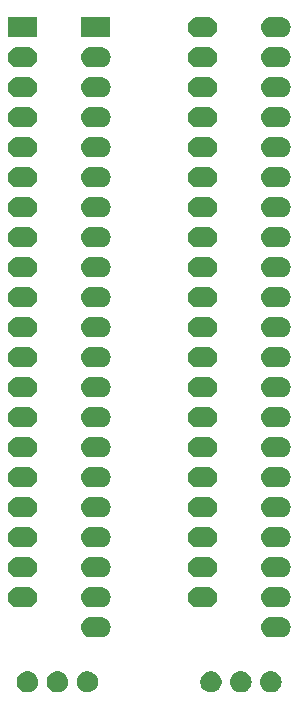
<source format=gbr>
G04 #@! TF.GenerationSoftware,KiCad,Pcbnew,5.0.2-bee76a0~70~ubuntu18.10.1*
G04 #@! TF.CreationDate,2019-03-17T01:28:34+01:00*
G04 #@! TF.ProjectId,27c160 Kickstart,32376331-3630-4204-9b69-636b73746172,rev?*
G04 #@! TF.SameCoordinates,Original*
G04 #@! TF.FileFunction,Soldermask,Bot*
G04 #@! TF.FilePolarity,Negative*
%FSLAX46Y46*%
G04 Gerber Fmt 4.6, Leading zero omitted, Abs format (unit mm)*
G04 Created by KiCad (PCBNEW 5.0.2-bee76a0~70~ubuntu18.10.1) date dom 17 mar 2019 01:28:34 CET*
%MOMM*%
%LPD*%
G01*
G04 APERTURE LIST*
%ADD10C,0.100000*%
G04 APERTURE END LIST*
D10*
G36*
X17839643Y-71597119D02*
X17905827Y-71603637D01*
X18019053Y-71637984D01*
X18075667Y-71655157D01*
X18214287Y-71729252D01*
X18232191Y-71738822D01*
X18267929Y-71768152D01*
X18369386Y-71851414D01*
X18452648Y-71952871D01*
X18481978Y-71988609D01*
X18481979Y-71988611D01*
X18565643Y-72145133D01*
X18565643Y-72145134D01*
X18617163Y-72314973D01*
X18634559Y-72491600D01*
X18617163Y-72668227D01*
X18591019Y-72754412D01*
X18565643Y-72838067D01*
X18522713Y-72918382D01*
X18481978Y-72994591D01*
X18452648Y-73030329D01*
X18369386Y-73131786D01*
X18296680Y-73191453D01*
X18232191Y-73244378D01*
X18232189Y-73244379D01*
X18075667Y-73328043D01*
X18019053Y-73345216D01*
X17905827Y-73379563D01*
X17839643Y-73386081D01*
X17773460Y-73392600D01*
X17684940Y-73392600D01*
X17618757Y-73386081D01*
X17552573Y-73379563D01*
X17439347Y-73345216D01*
X17382733Y-73328043D01*
X17226211Y-73244379D01*
X17226209Y-73244378D01*
X17161720Y-73191453D01*
X17089014Y-73131786D01*
X17005752Y-73030329D01*
X16976422Y-72994591D01*
X16935687Y-72918382D01*
X16892757Y-72838067D01*
X16867381Y-72754412D01*
X16841237Y-72668227D01*
X16823841Y-72491600D01*
X16841237Y-72314973D01*
X16892757Y-72145134D01*
X16892757Y-72145133D01*
X16976421Y-71988611D01*
X16976422Y-71988609D01*
X17005752Y-71952871D01*
X17089014Y-71851414D01*
X17190471Y-71768152D01*
X17226209Y-71738822D01*
X17244113Y-71729252D01*
X17382733Y-71655157D01*
X17439347Y-71637984D01*
X17552573Y-71603637D01*
X17618757Y-71597119D01*
X17684940Y-71590600D01*
X17773460Y-71590600D01*
X17839643Y-71597119D01*
X17839643Y-71597119D01*
G37*
G36*
X20379643Y-71597119D02*
X20445827Y-71603637D01*
X20559053Y-71637984D01*
X20615667Y-71655157D01*
X20754287Y-71729252D01*
X20772191Y-71738822D01*
X20807929Y-71768152D01*
X20909386Y-71851414D01*
X20992648Y-71952871D01*
X21021978Y-71988609D01*
X21021979Y-71988611D01*
X21105643Y-72145133D01*
X21105643Y-72145134D01*
X21157163Y-72314973D01*
X21174559Y-72491600D01*
X21157163Y-72668227D01*
X21131019Y-72754412D01*
X21105643Y-72838067D01*
X21062713Y-72918382D01*
X21021978Y-72994591D01*
X20992648Y-73030329D01*
X20909386Y-73131786D01*
X20836680Y-73191453D01*
X20772191Y-73244378D01*
X20772189Y-73244379D01*
X20615667Y-73328043D01*
X20559053Y-73345216D01*
X20445827Y-73379563D01*
X20379643Y-73386081D01*
X20313460Y-73392600D01*
X20224940Y-73392600D01*
X20158757Y-73386081D01*
X20092573Y-73379563D01*
X19979347Y-73345216D01*
X19922733Y-73328043D01*
X19766211Y-73244379D01*
X19766209Y-73244378D01*
X19701720Y-73191453D01*
X19629014Y-73131786D01*
X19545752Y-73030329D01*
X19516422Y-72994591D01*
X19475687Y-72918382D01*
X19432757Y-72838067D01*
X19407381Y-72754412D01*
X19381237Y-72668227D01*
X19363841Y-72491600D01*
X19381237Y-72314973D01*
X19432757Y-72145134D01*
X19432757Y-72145133D01*
X19516421Y-71988611D01*
X19516422Y-71988609D01*
X19545752Y-71952871D01*
X19629014Y-71851414D01*
X19730471Y-71768152D01*
X19766209Y-71738822D01*
X19784113Y-71729252D01*
X19922733Y-71655157D01*
X19979347Y-71637984D01*
X20092573Y-71603637D01*
X20158757Y-71597119D01*
X20224940Y-71590600D01*
X20313460Y-71590600D01*
X20379643Y-71597119D01*
X20379643Y-71597119D01*
G37*
G36*
X23072012Y-71625224D02*
X23235984Y-71693144D01*
X23383554Y-71791747D01*
X23509053Y-71917246D01*
X23607656Y-72064816D01*
X23675576Y-72228788D01*
X23710200Y-72402859D01*
X23710200Y-72580341D01*
X23675576Y-72754412D01*
X23607656Y-72918384D01*
X23509053Y-73065954D01*
X23383554Y-73191453D01*
X23235984Y-73290056D01*
X23072012Y-73357976D01*
X22897941Y-73392600D01*
X22720459Y-73392600D01*
X22546388Y-73357976D01*
X22382416Y-73290056D01*
X22234846Y-73191453D01*
X22109347Y-73065954D01*
X22010744Y-72918384D01*
X21942824Y-72754412D01*
X21908200Y-72580341D01*
X21908200Y-72402859D01*
X21942824Y-72228788D01*
X22010744Y-72064816D01*
X22109347Y-71917246D01*
X22234846Y-71791747D01*
X22382416Y-71693144D01*
X22546388Y-71625224D01*
X22720459Y-71590600D01*
X22897941Y-71590600D01*
X23072012Y-71625224D01*
X23072012Y-71625224D01*
G37*
G36*
X33536812Y-71625224D02*
X33700784Y-71693144D01*
X33848354Y-71791747D01*
X33973853Y-71917246D01*
X34072456Y-72064816D01*
X34140376Y-72228788D01*
X34175000Y-72402859D01*
X34175000Y-72580341D01*
X34140376Y-72754412D01*
X34072456Y-72918384D01*
X33973853Y-73065954D01*
X33848354Y-73191453D01*
X33700784Y-73290056D01*
X33536812Y-73357976D01*
X33362741Y-73392600D01*
X33185259Y-73392600D01*
X33011188Y-73357976D01*
X32847216Y-73290056D01*
X32699646Y-73191453D01*
X32574147Y-73065954D01*
X32475544Y-72918384D01*
X32407624Y-72754412D01*
X32373000Y-72580341D01*
X32373000Y-72402859D01*
X32407624Y-72228788D01*
X32475544Y-72064816D01*
X32574147Y-71917246D01*
X32699646Y-71791747D01*
X32847216Y-71693144D01*
X33011188Y-71625224D01*
X33185259Y-71590600D01*
X33362741Y-71590600D01*
X33536812Y-71625224D01*
X33536812Y-71625224D01*
G37*
G36*
X38464443Y-71597119D02*
X38530627Y-71603637D01*
X38643853Y-71637984D01*
X38700467Y-71655157D01*
X38839087Y-71729252D01*
X38856991Y-71738822D01*
X38892729Y-71768152D01*
X38994186Y-71851414D01*
X39077448Y-71952871D01*
X39106778Y-71988609D01*
X39106779Y-71988611D01*
X39190443Y-72145133D01*
X39190443Y-72145134D01*
X39241963Y-72314973D01*
X39259359Y-72491600D01*
X39241963Y-72668227D01*
X39215819Y-72754412D01*
X39190443Y-72838067D01*
X39147513Y-72918382D01*
X39106778Y-72994591D01*
X39077448Y-73030329D01*
X38994186Y-73131786D01*
X38921480Y-73191453D01*
X38856991Y-73244378D01*
X38856989Y-73244379D01*
X38700467Y-73328043D01*
X38643853Y-73345216D01*
X38530627Y-73379563D01*
X38464443Y-73386081D01*
X38398260Y-73392600D01*
X38309740Y-73392600D01*
X38243557Y-73386081D01*
X38177373Y-73379563D01*
X38064147Y-73345216D01*
X38007533Y-73328043D01*
X37851011Y-73244379D01*
X37851009Y-73244378D01*
X37786520Y-73191453D01*
X37713814Y-73131786D01*
X37630552Y-73030329D01*
X37601222Y-72994591D01*
X37560487Y-72918382D01*
X37517557Y-72838067D01*
X37492181Y-72754412D01*
X37466037Y-72668227D01*
X37448641Y-72491600D01*
X37466037Y-72314973D01*
X37517557Y-72145134D01*
X37517557Y-72145133D01*
X37601221Y-71988611D01*
X37601222Y-71988609D01*
X37630552Y-71952871D01*
X37713814Y-71851414D01*
X37815271Y-71768152D01*
X37851009Y-71738822D01*
X37868913Y-71729252D01*
X38007533Y-71655157D01*
X38064147Y-71637984D01*
X38177373Y-71603637D01*
X38243557Y-71597119D01*
X38309740Y-71590600D01*
X38398260Y-71590600D01*
X38464443Y-71597119D01*
X38464443Y-71597119D01*
G37*
G36*
X35924443Y-71597119D02*
X35990627Y-71603637D01*
X36103853Y-71637984D01*
X36160467Y-71655157D01*
X36299087Y-71729252D01*
X36316991Y-71738822D01*
X36352729Y-71768152D01*
X36454186Y-71851414D01*
X36537448Y-71952871D01*
X36566778Y-71988609D01*
X36566779Y-71988611D01*
X36650443Y-72145133D01*
X36650443Y-72145134D01*
X36701963Y-72314973D01*
X36719359Y-72491600D01*
X36701963Y-72668227D01*
X36675819Y-72754412D01*
X36650443Y-72838067D01*
X36607513Y-72918382D01*
X36566778Y-72994591D01*
X36537448Y-73030329D01*
X36454186Y-73131786D01*
X36381480Y-73191453D01*
X36316991Y-73244378D01*
X36316989Y-73244379D01*
X36160467Y-73328043D01*
X36103853Y-73345216D01*
X35990627Y-73379563D01*
X35924443Y-73386081D01*
X35858260Y-73392600D01*
X35769740Y-73392600D01*
X35703557Y-73386081D01*
X35637373Y-73379563D01*
X35524147Y-73345216D01*
X35467533Y-73328043D01*
X35311011Y-73244379D01*
X35311009Y-73244378D01*
X35246520Y-73191453D01*
X35173814Y-73131786D01*
X35090552Y-73030329D01*
X35061222Y-72994591D01*
X35020487Y-72918382D01*
X34977557Y-72838067D01*
X34952181Y-72754412D01*
X34926037Y-72668227D01*
X34908641Y-72491600D01*
X34926037Y-72314973D01*
X34977557Y-72145134D01*
X34977557Y-72145133D01*
X35061221Y-71988611D01*
X35061222Y-71988609D01*
X35090552Y-71952871D01*
X35173814Y-71851414D01*
X35275271Y-71768152D01*
X35311009Y-71738822D01*
X35328913Y-71729252D01*
X35467533Y-71655157D01*
X35524147Y-71637984D01*
X35637373Y-71603637D01*
X35703557Y-71597119D01*
X35769740Y-71590600D01*
X35858260Y-71590600D01*
X35924443Y-71597119D01*
X35924443Y-71597119D01*
G37*
G36*
X24087221Y-67030113D02*
X24087224Y-67030114D01*
X24087225Y-67030114D01*
X24247639Y-67078775D01*
X24247641Y-67078776D01*
X24247644Y-67078777D01*
X24395478Y-67157795D01*
X24525059Y-67264141D01*
X24631405Y-67393722D01*
X24710423Y-67541556D01*
X24759087Y-67701979D01*
X24775517Y-67868800D01*
X24759087Y-68035621D01*
X24710423Y-68196044D01*
X24631405Y-68343878D01*
X24525059Y-68473459D01*
X24395478Y-68579805D01*
X24247644Y-68658823D01*
X24247641Y-68658824D01*
X24247639Y-68658825D01*
X24087225Y-68707486D01*
X24087224Y-68707486D01*
X24087221Y-68707487D01*
X23962204Y-68719800D01*
X23078596Y-68719800D01*
X22953579Y-68707487D01*
X22953576Y-68707486D01*
X22953575Y-68707486D01*
X22793161Y-68658825D01*
X22793159Y-68658824D01*
X22793156Y-68658823D01*
X22645322Y-68579805D01*
X22515741Y-68473459D01*
X22409395Y-68343878D01*
X22330377Y-68196044D01*
X22281713Y-68035621D01*
X22265283Y-67868800D01*
X22281713Y-67701979D01*
X22330377Y-67541556D01*
X22409395Y-67393722D01*
X22515741Y-67264141D01*
X22645322Y-67157795D01*
X22793156Y-67078777D01*
X22793159Y-67078776D01*
X22793161Y-67078775D01*
X22953575Y-67030114D01*
X22953576Y-67030114D01*
X22953579Y-67030113D01*
X23078596Y-67017800D01*
X23962204Y-67017800D01*
X24087221Y-67030113D01*
X24087221Y-67030113D01*
G37*
G36*
X39327221Y-67030113D02*
X39327224Y-67030114D01*
X39327225Y-67030114D01*
X39487639Y-67078775D01*
X39487641Y-67078776D01*
X39487644Y-67078777D01*
X39635478Y-67157795D01*
X39765059Y-67264141D01*
X39871405Y-67393722D01*
X39950423Y-67541556D01*
X39999087Y-67701979D01*
X40015517Y-67868800D01*
X39999087Y-68035621D01*
X39950423Y-68196044D01*
X39871405Y-68343878D01*
X39765059Y-68473459D01*
X39635478Y-68579805D01*
X39487644Y-68658823D01*
X39487641Y-68658824D01*
X39487639Y-68658825D01*
X39327225Y-68707486D01*
X39327224Y-68707486D01*
X39327221Y-68707487D01*
X39202204Y-68719800D01*
X38318596Y-68719800D01*
X38193579Y-68707487D01*
X38193576Y-68707486D01*
X38193575Y-68707486D01*
X38033161Y-68658825D01*
X38033159Y-68658824D01*
X38033156Y-68658823D01*
X37885322Y-68579805D01*
X37755741Y-68473459D01*
X37649395Y-68343878D01*
X37570377Y-68196044D01*
X37521713Y-68035621D01*
X37505283Y-67868800D01*
X37521713Y-67701979D01*
X37570377Y-67541556D01*
X37649395Y-67393722D01*
X37755741Y-67264141D01*
X37885322Y-67157795D01*
X38033156Y-67078777D01*
X38033159Y-67078776D01*
X38033161Y-67078775D01*
X38193575Y-67030114D01*
X38193576Y-67030114D01*
X38193579Y-67030113D01*
X38318596Y-67017800D01*
X39202204Y-67017800D01*
X39327221Y-67030113D01*
X39327221Y-67030113D01*
G37*
G36*
X33129621Y-64490113D02*
X33129624Y-64490114D01*
X33129625Y-64490114D01*
X33290039Y-64538775D01*
X33290041Y-64538776D01*
X33290044Y-64538777D01*
X33437878Y-64617795D01*
X33567459Y-64724141D01*
X33673805Y-64853722D01*
X33752823Y-65001556D01*
X33801487Y-65161979D01*
X33817917Y-65328800D01*
X33801487Y-65495621D01*
X33752823Y-65656044D01*
X33673805Y-65803878D01*
X33567459Y-65933459D01*
X33437878Y-66039805D01*
X33290044Y-66118823D01*
X33290041Y-66118824D01*
X33290039Y-66118825D01*
X33129625Y-66167486D01*
X33129624Y-66167486D01*
X33129621Y-66167487D01*
X33004604Y-66179800D01*
X32120996Y-66179800D01*
X31995979Y-66167487D01*
X31995976Y-66167486D01*
X31995975Y-66167486D01*
X31835561Y-66118825D01*
X31835559Y-66118824D01*
X31835556Y-66118823D01*
X31687722Y-66039805D01*
X31558141Y-65933459D01*
X31451795Y-65803878D01*
X31372777Y-65656044D01*
X31324113Y-65495621D01*
X31307683Y-65328800D01*
X31324113Y-65161979D01*
X31372777Y-65001556D01*
X31451795Y-64853722D01*
X31558141Y-64724141D01*
X31687722Y-64617795D01*
X31835556Y-64538777D01*
X31835559Y-64538776D01*
X31835561Y-64538775D01*
X31995975Y-64490114D01*
X31995976Y-64490114D01*
X31995979Y-64490113D01*
X32120996Y-64477800D01*
X33004604Y-64477800D01*
X33129621Y-64490113D01*
X33129621Y-64490113D01*
G37*
G36*
X17889621Y-64490113D02*
X17889624Y-64490114D01*
X17889625Y-64490114D01*
X18050039Y-64538775D01*
X18050041Y-64538776D01*
X18050044Y-64538777D01*
X18197878Y-64617795D01*
X18327459Y-64724141D01*
X18433805Y-64853722D01*
X18512823Y-65001556D01*
X18561487Y-65161979D01*
X18577917Y-65328800D01*
X18561487Y-65495621D01*
X18512823Y-65656044D01*
X18433805Y-65803878D01*
X18327459Y-65933459D01*
X18197878Y-66039805D01*
X18050044Y-66118823D01*
X18050041Y-66118824D01*
X18050039Y-66118825D01*
X17889625Y-66167486D01*
X17889624Y-66167486D01*
X17889621Y-66167487D01*
X17764604Y-66179800D01*
X16880996Y-66179800D01*
X16755979Y-66167487D01*
X16755976Y-66167486D01*
X16755975Y-66167486D01*
X16595561Y-66118825D01*
X16595559Y-66118824D01*
X16595556Y-66118823D01*
X16447722Y-66039805D01*
X16318141Y-65933459D01*
X16211795Y-65803878D01*
X16132777Y-65656044D01*
X16084113Y-65495621D01*
X16067683Y-65328800D01*
X16084113Y-65161979D01*
X16132777Y-65001556D01*
X16211795Y-64853722D01*
X16318141Y-64724141D01*
X16447722Y-64617795D01*
X16595556Y-64538777D01*
X16595559Y-64538776D01*
X16595561Y-64538775D01*
X16755975Y-64490114D01*
X16755976Y-64490114D01*
X16755979Y-64490113D01*
X16880996Y-64477800D01*
X17764604Y-64477800D01*
X17889621Y-64490113D01*
X17889621Y-64490113D01*
G37*
G36*
X24087221Y-64490113D02*
X24087224Y-64490114D01*
X24087225Y-64490114D01*
X24247639Y-64538775D01*
X24247641Y-64538776D01*
X24247644Y-64538777D01*
X24395478Y-64617795D01*
X24525059Y-64724141D01*
X24631405Y-64853722D01*
X24710423Y-65001556D01*
X24759087Y-65161979D01*
X24775517Y-65328800D01*
X24759087Y-65495621D01*
X24710423Y-65656044D01*
X24631405Y-65803878D01*
X24525059Y-65933459D01*
X24395478Y-66039805D01*
X24247644Y-66118823D01*
X24247641Y-66118824D01*
X24247639Y-66118825D01*
X24087225Y-66167486D01*
X24087224Y-66167486D01*
X24087221Y-66167487D01*
X23962204Y-66179800D01*
X23078596Y-66179800D01*
X22953579Y-66167487D01*
X22953576Y-66167486D01*
X22953575Y-66167486D01*
X22793161Y-66118825D01*
X22793159Y-66118824D01*
X22793156Y-66118823D01*
X22645322Y-66039805D01*
X22515741Y-65933459D01*
X22409395Y-65803878D01*
X22330377Y-65656044D01*
X22281713Y-65495621D01*
X22265283Y-65328800D01*
X22281713Y-65161979D01*
X22330377Y-65001556D01*
X22409395Y-64853722D01*
X22515741Y-64724141D01*
X22645322Y-64617795D01*
X22793156Y-64538777D01*
X22793159Y-64538776D01*
X22793161Y-64538775D01*
X22953575Y-64490114D01*
X22953576Y-64490114D01*
X22953579Y-64490113D01*
X23078596Y-64477800D01*
X23962204Y-64477800D01*
X24087221Y-64490113D01*
X24087221Y-64490113D01*
G37*
G36*
X39327221Y-64490113D02*
X39327224Y-64490114D01*
X39327225Y-64490114D01*
X39487639Y-64538775D01*
X39487641Y-64538776D01*
X39487644Y-64538777D01*
X39635478Y-64617795D01*
X39765059Y-64724141D01*
X39871405Y-64853722D01*
X39950423Y-65001556D01*
X39999087Y-65161979D01*
X40015517Y-65328800D01*
X39999087Y-65495621D01*
X39950423Y-65656044D01*
X39871405Y-65803878D01*
X39765059Y-65933459D01*
X39635478Y-66039805D01*
X39487644Y-66118823D01*
X39487641Y-66118824D01*
X39487639Y-66118825D01*
X39327225Y-66167486D01*
X39327224Y-66167486D01*
X39327221Y-66167487D01*
X39202204Y-66179800D01*
X38318596Y-66179800D01*
X38193579Y-66167487D01*
X38193576Y-66167486D01*
X38193575Y-66167486D01*
X38033161Y-66118825D01*
X38033159Y-66118824D01*
X38033156Y-66118823D01*
X37885322Y-66039805D01*
X37755741Y-65933459D01*
X37649395Y-65803878D01*
X37570377Y-65656044D01*
X37521713Y-65495621D01*
X37505283Y-65328800D01*
X37521713Y-65161979D01*
X37570377Y-65001556D01*
X37649395Y-64853722D01*
X37755741Y-64724141D01*
X37885322Y-64617795D01*
X38033156Y-64538777D01*
X38033159Y-64538776D01*
X38033161Y-64538775D01*
X38193575Y-64490114D01*
X38193576Y-64490114D01*
X38193579Y-64490113D01*
X38318596Y-64477800D01*
X39202204Y-64477800D01*
X39327221Y-64490113D01*
X39327221Y-64490113D01*
G37*
G36*
X39327221Y-61950113D02*
X39327224Y-61950114D01*
X39327225Y-61950114D01*
X39487639Y-61998775D01*
X39487641Y-61998776D01*
X39487644Y-61998777D01*
X39635478Y-62077795D01*
X39765059Y-62184141D01*
X39871405Y-62313722D01*
X39950423Y-62461556D01*
X39999087Y-62621979D01*
X40015517Y-62788800D01*
X39999087Y-62955621D01*
X39950423Y-63116044D01*
X39871405Y-63263878D01*
X39765059Y-63393459D01*
X39635478Y-63499805D01*
X39487644Y-63578823D01*
X39487641Y-63578824D01*
X39487639Y-63578825D01*
X39327225Y-63627486D01*
X39327224Y-63627486D01*
X39327221Y-63627487D01*
X39202204Y-63639800D01*
X38318596Y-63639800D01*
X38193579Y-63627487D01*
X38193576Y-63627486D01*
X38193575Y-63627486D01*
X38033161Y-63578825D01*
X38033159Y-63578824D01*
X38033156Y-63578823D01*
X37885322Y-63499805D01*
X37755741Y-63393459D01*
X37649395Y-63263878D01*
X37570377Y-63116044D01*
X37521713Y-62955621D01*
X37505283Y-62788800D01*
X37521713Y-62621979D01*
X37570377Y-62461556D01*
X37649395Y-62313722D01*
X37755741Y-62184141D01*
X37885322Y-62077795D01*
X38033156Y-61998777D01*
X38033159Y-61998776D01*
X38033161Y-61998775D01*
X38193575Y-61950114D01*
X38193576Y-61950114D01*
X38193579Y-61950113D01*
X38318596Y-61937800D01*
X39202204Y-61937800D01*
X39327221Y-61950113D01*
X39327221Y-61950113D01*
G37*
G36*
X33129621Y-61950113D02*
X33129624Y-61950114D01*
X33129625Y-61950114D01*
X33290039Y-61998775D01*
X33290041Y-61998776D01*
X33290044Y-61998777D01*
X33437878Y-62077795D01*
X33567459Y-62184141D01*
X33673805Y-62313722D01*
X33752823Y-62461556D01*
X33801487Y-62621979D01*
X33817917Y-62788800D01*
X33801487Y-62955621D01*
X33752823Y-63116044D01*
X33673805Y-63263878D01*
X33567459Y-63393459D01*
X33437878Y-63499805D01*
X33290044Y-63578823D01*
X33290041Y-63578824D01*
X33290039Y-63578825D01*
X33129625Y-63627486D01*
X33129624Y-63627486D01*
X33129621Y-63627487D01*
X33004604Y-63639800D01*
X32120996Y-63639800D01*
X31995979Y-63627487D01*
X31995976Y-63627486D01*
X31995975Y-63627486D01*
X31835561Y-63578825D01*
X31835559Y-63578824D01*
X31835556Y-63578823D01*
X31687722Y-63499805D01*
X31558141Y-63393459D01*
X31451795Y-63263878D01*
X31372777Y-63116044D01*
X31324113Y-62955621D01*
X31307683Y-62788800D01*
X31324113Y-62621979D01*
X31372777Y-62461556D01*
X31451795Y-62313722D01*
X31558141Y-62184141D01*
X31687722Y-62077795D01*
X31835556Y-61998777D01*
X31835559Y-61998776D01*
X31835561Y-61998775D01*
X31995975Y-61950114D01*
X31995976Y-61950114D01*
X31995979Y-61950113D01*
X32120996Y-61937800D01*
X33004604Y-61937800D01*
X33129621Y-61950113D01*
X33129621Y-61950113D01*
G37*
G36*
X24087221Y-61950113D02*
X24087224Y-61950114D01*
X24087225Y-61950114D01*
X24247639Y-61998775D01*
X24247641Y-61998776D01*
X24247644Y-61998777D01*
X24395478Y-62077795D01*
X24525059Y-62184141D01*
X24631405Y-62313722D01*
X24710423Y-62461556D01*
X24759087Y-62621979D01*
X24775517Y-62788800D01*
X24759087Y-62955621D01*
X24710423Y-63116044D01*
X24631405Y-63263878D01*
X24525059Y-63393459D01*
X24395478Y-63499805D01*
X24247644Y-63578823D01*
X24247641Y-63578824D01*
X24247639Y-63578825D01*
X24087225Y-63627486D01*
X24087224Y-63627486D01*
X24087221Y-63627487D01*
X23962204Y-63639800D01*
X23078596Y-63639800D01*
X22953579Y-63627487D01*
X22953576Y-63627486D01*
X22953575Y-63627486D01*
X22793161Y-63578825D01*
X22793159Y-63578824D01*
X22793156Y-63578823D01*
X22645322Y-63499805D01*
X22515741Y-63393459D01*
X22409395Y-63263878D01*
X22330377Y-63116044D01*
X22281713Y-62955621D01*
X22265283Y-62788800D01*
X22281713Y-62621979D01*
X22330377Y-62461556D01*
X22409395Y-62313722D01*
X22515741Y-62184141D01*
X22645322Y-62077795D01*
X22793156Y-61998777D01*
X22793159Y-61998776D01*
X22793161Y-61998775D01*
X22953575Y-61950114D01*
X22953576Y-61950114D01*
X22953579Y-61950113D01*
X23078596Y-61937800D01*
X23962204Y-61937800D01*
X24087221Y-61950113D01*
X24087221Y-61950113D01*
G37*
G36*
X17889621Y-61950113D02*
X17889624Y-61950114D01*
X17889625Y-61950114D01*
X18050039Y-61998775D01*
X18050041Y-61998776D01*
X18050044Y-61998777D01*
X18197878Y-62077795D01*
X18327459Y-62184141D01*
X18433805Y-62313722D01*
X18512823Y-62461556D01*
X18561487Y-62621979D01*
X18577917Y-62788800D01*
X18561487Y-62955621D01*
X18512823Y-63116044D01*
X18433805Y-63263878D01*
X18327459Y-63393459D01*
X18197878Y-63499805D01*
X18050044Y-63578823D01*
X18050041Y-63578824D01*
X18050039Y-63578825D01*
X17889625Y-63627486D01*
X17889624Y-63627486D01*
X17889621Y-63627487D01*
X17764604Y-63639800D01*
X16880996Y-63639800D01*
X16755979Y-63627487D01*
X16755976Y-63627486D01*
X16755975Y-63627486D01*
X16595561Y-63578825D01*
X16595559Y-63578824D01*
X16595556Y-63578823D01*
X16447722Y-63499805D01*
X16318141Y-63393459D01*
X16211795Y-63263878D01*
X16132777Y-63116044D01*
X16084113Y-62955621D01*
X16067683Y-62788800D01*
X16084113Y-62621979D01*
X16132777Y-62461556D01*
X16211795Y-62313722D01*
X16318141Y-62184141D01*
X16447722Y-62077795D01*
X16595556Y-61998777D01*
X16595559Y-61998776D01*
X16595561Y-61998775D01*
X16755975Y-61950114D01*
X16755976Y-61950114D01*
X16755979Y-61950113D01*
X16880996Y-61937800D01*
X17764604Y-61937800D01*
X17889621Y-61950113D01*
X17889621Y-61950113D01*
G37*
G36*
X33129621Y-59410113D02*
X33129624Y-59410114D01*
X33129625Y-59410114D01*
X33290039Y-59458775D01*
X33290041Y-59458776D01*
X33290044Y-59458777D01*
X33437878Y-59537795D01*
X33567459Y-59644141D01*
X33673805Y-59773722D01*
X33752823Y-59921556D01*
X33801487Y-60081979D01*
X33817917Y-60248800D01*
X33801487Y-60415621D01*
X33752823Y-60576044D01*
X33673805Y-60723878D01*
X33567459Y-60853459D01*
X33437878Y-60959805D01*
X33290044Y-61038823D01*
X33290041Y-61038824D01*
X33290039Y-61038825D01*
X33129625Y-61087486D01*
X33129624Y-61087486D01*
X33129621Y-61087487D01*
X33004604Y-61099800D01*
X32120996Y-61099800D01*
X31995979Y-61087487D01*
X31995976Y-61087486D01*
X31995975Y-61087486D01*
X31835561Y-61038825D01*
X31835559Y-61038824D01*
X31835556Y-61038823D01*
X31687722Y-60959805D01*
X31558141Y-60853459D01*
X31451795Y-60723878D01*
X31372777Y-60576044D01*
X31324113Y-60415621D01*
X31307683Y-60248800D01*
X31324113Y-60081979D01*
X31372777Y-59921556D01*
X31451795Y-59773722D01*
X31558141Y-59644141D01*
X31687722Y-59537795D01*
X31835556Y-59458777D01*
X31835559Y-59458776D01*
X31835561Y-59458775D01*
X31995975Y-59410114D01*
X31995976Y-59410114D01*
X31995979Y-59410113D01*
X32120996Y-59397800D01*
X33004604Y-59397800D01*
X33129621Y-59410113D01*
X33129621Y-59410113D01*
G37*
G36*
X17889621Y-59410113D02*
X17889624Y-59410114D01*
X17889625Y-59410114D01*
X18050039Y-59458775D01*
X18050041Y-59458776D01*
X18050044Y-59458777D01*
X18197878Y-59537795D01*
X18327459Y-59644141D01*
X18433805Y-59773722D01*
X18512823Y-59921556D01*
X18561487Y-60081979D01*
X18577917Y-60248800D01*
X18561487Y-60415621D01*
X18512823Y-60576044D01*
X18433805Y-60723878D01*
X18327459Y-60853459D01*
X18197878Y-60959805D01*
X18050044Y-61038823D01*
X18050041Y-61038824D01*
X18050039Y-61038825D01*
X17889625Y-61087486D01*
X17889624Y-61087486D01*
X17889621Y-61087487D01*
X17764604Y-61099800D01*
X16880996Y-61099800D01*
X16755979Y-61087487D01*
X16755976Y-61087486D01*
X16755975Y-61087486D01*
X16595561Y-61038825D01*
X16595559Y-61038824D01*
X16595556Y-61038823D01*
X16447722Y-60959805D01*
X16318141Y-60853459D01*
X16211795Y-60723878D01*
X16132777Y-60576044D01*
X16084113Y-60415621D01*
X16067683Y-60248800D01*
X16084113Y-60081979D01*
X16132777Y-59921556D01*
X16211795Y-59773722D01*
X16318141Y-59644141D01*
X16447722Y-59537795D01*
X16595556Y-59458777D01*
X16595559Y-59458776D01*
X16595561Y-59458775D01*
X16755975Y-59410114D01*
X16755976Y-59410114D01*
X16755979Y-59410113D01*
X16880996Y-59397800D01*
X17764604Y-59397800D01*
X17889621Y-59410113D01*
X17889621Y-59410113D01*
G37*
G36*
X24087221Y-59410113D02*
X24087224Y-59410114D01*
X24087225Y-59410114D01*
X24247639Y-59458775D01*
X24247641Y-59458776D01*
X24247644Y-59458777D01*
X24395478Y-59537795D01*
X24525059Y-59644141D01*
X24631405Y-59773722D01*
X24710423Y-59921556D01*
X24759087Y-60081979D01*
X24775517Y-60248800D01*
X24759087Y-60415621D01*
X24710423Y-60576044D01*
X24631405Y-60723878D01*
X24525059Y-60853459D01*
X24395478Y-60959805D01*
X24247644Y-61038823D01*
X24247641Y-61038824D01*
X24247639Y-61038825D01*
X24087225Y-61087486D01*
X24087224Y-61087486D01*
X24087221Y-61087487D01*
X23962204Y-61099800D01*
X23078596Y-61099800D01*
X22953579Y-61087487D01*
X22953576Y-61087486D01*
X22953575Y-61087486D01*
X22793161Y-61038825D01*
X22793159Y-61038824D01*
X22793156Y-61038823D01*
X22645322Y-60959805D01*
X22515741Y-60853459D01*
X22409395Y-60723878D01*
X22330377Y-60576044D01*
X22281713Y-60415621D01*
X22265283Y-60248800D01*
X22281713Y-60081979D01*
X22330377Y-59921556D01*
X22409395Y-59773722D01*
X22515741Y-59644141D01*
X22645322Y-59537795D01*
X22793156Y-59458777D01*
X22793159Y-59458776D01*
X22793161Y-59458775D01*
X22953575Y-59410114D01*
X22953576Y-59410114D01*
X22953579Y-59410113D01*
X23078596Y-59397800D01*
X23962204Y-59397800D01*
X24087221Y-59410113D01*
X24087221Y-59410113D01*
G37*
G36*
X39327221Y-59410113D02*
X39327224Y-59410114D01*
X39327225Y-59410114D01*
X39487639Y-59458775D01*
X39487641Y-59458776D01*
X39487644Y-59458777D01*
X39635478Y-59537795D01*
X39765059Y-59644141D01*
X39871405Y-59773722D01*
X39950423Y-59921556D01*
X39999087Y-60081979D01*
X40015517Y-60248800D01*
X39999087Y-60415621D01*
X39950423Y-60576044D01*
X39871405Y-60723878D01*
X39765059Y-60853459D01*
X39635478Y-60959805D01*
X39487644Y-61038823D01*
X39487641Y-61038824D01*
X39487639Y-61038825D01*
X39327225Y-61087486D01*
X39327224Y-61087486D01*
X39327221Y-61087487D01*
X39202204Y-61099800D01*
X38318596Y-61099800D01*
X38193579Y-61087487D01*
X38193576Y-61087486D01*
X38193575Y-61087486D01*
X38033161Y-61038825D01*
X38033159Y-61038824D01*
X38033156Y-61038823D01*
X37885322Y-60959805D01*
X37755741Y-60853459D01*
X37649395Y-60723878D01*
X37570377Y-60576044D01*
X37521713Y-60415621D01*
X37505283Y-60248800D01*
X37521713Y-60081979D01*
X37570377Y-59921556D01*
X37649395Y-59773722D01*
X37755741Y-59644141D01*
X37885322Y-59537795D01*
X38033156Y-59458777D01*
X38033159Y-59458776D01*
X38033161Y-59458775D01*
X38193575Y-59410114D01*
X38193576Y-59410114D01*
X38193579Y-59410113D01*
X38318596Y-59397800D01*
X39202204Y-59397800D01*
X39327221Y-59410113D01*
X39327221Y-59410113D01*
G37*
G36*
X17889621Y-56870113D02*
X17889624Y-56870114D01*
X17889625Y-56870114D01*
X18050039Y-56918775D01*
X18050041Y-56918776D01*
X18050044Y-56918777D01*
X18197878Y-56997795D01*
X18327459Y-57104141D01*
X18433805Y-57233722D01*
X18512823Y-57381556D01*
X18561487Y-57541979D01*
X18577917Y-57708800D01*
X18561487Y-57875621D01*
X18512823Y-58036044D01*
X18433805Y-58183878D01*
X18327459Y-58313459D01*
X18197878Y-58419805D01*
X18050044Y-58498823D01*
X18050041Y-58498824D01*
X18050039Y-58498825D01*
X17889625Y-58547486D01*
X17889624Y-58547486D01*
X17889621Y-58547487D01*
X17764604Y-58559800D01*
X16880996Y-58559800D01*
X16755979Y-58547487D01*
X16755976Y-58547486D01*
X16755975Y-58547486D01*
X16595561Y-58498825D01*
X16595559Y-58498824D01*
X16595556Y-58498823D01*
X16447722Y-58419805D01*
X16318141Y-58313459D01*
X16211795Y-58183878D01*
X16132777Y-58036044D01*
X16084113Y-57875621D01*
X16067683Y-57708800D01*
X16084113Y-57541979D01*
X16132777Y-57381556D01*
X16211795Y-57233722D01*
X16318141Y-57104141D01*
X16447722Y-56997795D01*
X16595556Y-56918777D01*
X16595559Y-56918776D01*
X16595561Y-56918775D01*
X16755975Y-56870114D01*
X16755976Y-56870114D01*
X16755979Y-56870113D01*
X16880996Y-56857800D01*
X17764604Y-56857800D01*
X17889621Y-56870113D01*
X17889621Y-56870113D01*
G37*
G36*
X33129621Y-56870113D02*
X33129624Y-56870114D01*
X33129625Y-56870114D01*
X33290039Y-56918775D01*
X33290041Y-56918776D01*
X33290044Y-56918777D01*
X33437878Y-56997795D01*
X33567459Y-57104141D01*
X33673805Y-57233722D01*
X33752823Y-57381556D01*
X33801487Y-57541979D01*
X33817917Y-57708800D01*
X33801487Y-57875621D01*
X33752823Y-58036044D01*
X33673805Y-58183878D01*
X33567459Y-58313459D01*
X33437878Y-58419805D01*
X33290044Y-58498823D01*
X33290041Y-58498824D01*
X33290039Y-58498825D01*
X33129625Y-58547486D01*
X33129624Y-58547486D01*
X33129621Y-58547487D01*
X33004604Y-58559800D01*
X32120996Y-58559800D01*
X31995979Y-58547487D01*
X31995976Y-58547486D01*
X31995975Y-58547486D01*
X31835561Y-58498825D01*
X31835559Y-58498824D01*
X31835556Y-58498823D01*
X31687722Y-58419805D01*
X31558141Y-58313459D01*
X31451795Y-58183878D01*
X31372777Y-58036044D01*
X31324113Y-57875621D01*
X31307683Y-57708800D01*
X31324113Y-57541979D01*
X31372777Y-57381556D01*
X31451795Y-57233722D01*
X31558141Y-57104141D01*
X31687722Y-56997795D01*
X31835556Y-56918777D01*
X31835559Y-56918776D01*
X31835561Y-56918775D01*
X31995975Y-56870114D01*
X31995976Y-56870114D01*
X31995979Y-56870113D01*
X32120996Y-56857800D01*
X33004604Y-56857800D01*
X33129621Y-56870113D01*
X33129621Y-56870113D01*
G37*
G36*
X39327221Y-56870113D02*
X39327224Y-56870114D01*
X39327225Y-56870114D01*
X39487639Y-56918775D01*
X39487641Y-56918776D01*
X39487644Y-56918777D01*
X39635478Y-56997795D01*
X39765059Y-57104141D01*
X39871405Y-57233722D01*
X39950423Y-57381556D01*
X39999087Y-57541979D01*
X40015517Y-57708800D01*
X39999087Y-57875621D01*
X39950423Y-58036044D01*
X39871405Y-58183878D01*
X39765059Y-58313459D01*
X39635478Y-58419805D01*
X39487644Y-58498823D01*
X39487641Y-58498824D01*
X39487639Y-58498825D01*
X39327225Y-58547486D01*
X39327224Y-58547486D01*
X39327221Y-58547487D01*
X39202204Y-58559800D01*
X38318596Y-58559800D01*
X38193579Y-58547487D01*
X38193576Y-58547486D01*
X38193575Y-58547486D01*
X38033161Y-58498825D01*
X38033159Y-58498824D01*
X38033156Y-58498823D01*
X37885322Y-58419805D01*
X37755741Y-58313459D01*
X37649395Y-58183878D01*
X37570377Y-58036044D01*
X37521713Y-57875621D01*
X37505283Y-57708800D01*
X37521713Y-57541979D01*
X37570377Y-57381556D01*
X37649395Y-57233722D01*
X37755741Y-57104141D01*
X37885322Y-56997795D01*
X38033156Y-56918777D01*
X38033159Y-56918776D01*
X38033161Y-56918775D01*
X38193575Y-56870114D01*
X38193576Y-56870114D01*
X38193579Y-56870113D01*
X38318596Y-56857800D01*
X39202204Y-56857800D01*
X39327221Y-56870113D01*
X39327221Y-56870113D01*
G37*
G36*
X24087221Y-56870113D02*
X24087224Y-56870114D01*
X24087225Y-56870114D01*
X24247639Y-56918775D01*
X24247641Y-56918776D01*
X24247644Y-56918777D01*
X24395478Y-56997795D01*
X24525059Y-57104141D01*
X24631405Y-57233722D01*
X24710423Y-57381556D01*
X24759087Y-57541979D01*
X24775517Y-57708800D01*
X24759087Y-57875621D01*
X24710423Y-58036044D01*
X24631405Y-58183878D01*
X24525059Y-58313459D01*
X24395478Y-58419805D01*
X24247644Y-58498823D01*
X24247641Y-58498824D01*
X24247639Y-58498825D01*
X24087225Y-58547486D01*
X24087224Y-58547486D01*
X24087221Y-58547487D01*
X23962204Y-58559800D01*
X23078596Y-58559800D01*
X22953579Y-58547487D01*
X22953576Y-58547486D01*
X22953575Y-58547486D01*
X22793161Y-58498825D01*
X22793159Y-58498824D01*
X22793156Y-58498823D01*
X22645322Y-58419805D01*
X22515741Y-58313459D01*
X22409395Y-58183878D01*
X22330377Y-58036044D01*
X22281713Y-57875621D01*
X22265283Y-57708800D01*
X22281713Y-57541979D01*
X22330377Y-57381556D01*
X22409395Y-57233722D01*
X22515741Y-57104141D01*
X22645322Y-56997795D01*
X22793156Y-56918777D01*
X22793159Y-56918776D01*
X22793161Y-56918775D01*
X22953575Y-56870114D01*
X22953576Y-56870114D01*
X22953579Y-56870113D01*
X23078596Y-56857800D01*
X23962204Y-56857800D01*
X24087221Y-56870113D01*
X24087221Y-56870113D01*
G37*
G36*
X33129621Y-54330113D02*
X33129624Y-54330114D01*
X33129625Y-54330114D01*
X33290039Y-54378775D01*
X33290041Y-54378776D01*
X33290044Y-54378777D01*
X33437878Y-54457795D01*
X33567459Y-54564141D01*
X33673805Y-54693722D01*
X33752823Y-54841556D01*
X33801487Y-55001979D01*
X33817917Y-55168800D01*
X33801487Y-55335621D01*
X33752823Y-55496044D01*
X33673805Y-55643878D01*
X33567459Y-55773459D01*
X33437878Y-55879805D01*
X33290044Y-55958823D01*
X33290041Y-55958824D01*
X33290039Y-55958825D01*
X33129625Y-56007486D01*
X33129624Y-56007486D01*
X33129621Y-56007487D01*
X33004604Y-56019800D01*
X32120996Y-56019800D01*
X31995979Y-56007487D01*
X31995976Y-56007486D01*
X31995975Y-56007486D01*
X31835561Y-55958825D01*
X31835559Y-55958824D01*
X31835556Y-55958823D01*
X31687722Y-55879805D01*
X31558141Y-55773459D01*
X31451795Y-55643878D01*
X31372777Y-55496044D01*
X31324113Y-55335621D01*
X31307683Y-55168800D01*
X31324113Y-55001979D01*
X31372777Y-54841556D01*
X31451795Y-54693722D01*
X31558141Y-54564141D01*
X31687722Y-54457795D01*
X31835556Y-54378777D01*
X31835559Y-54378776D01*
X31835561Y-54378775D01*
X31995975Y-54330114D01*
X31995976Y-54330114D01*
X31995979Y-54330113D01*
X32120996Y-54317800D01*
X33004604Y-54317800D01*
X33129621Y-54330113D01*
X33129621Y-54330113D01*
G37*
G36*
X17889621Y-54330113D02*
X17889624Y-54330114D01*
X17889625Y-54330114D01*
X18050039Y-54378775D01*
X18050041Y-54378776D01*
X18050044Y-54378777D01*
X18197878Y-54457795D01*
X18327459Y-54564141D01*
X18433805Y-54693722D01*
X18512823Y-54841556D01*
X18561487Y-55001979D01*
X18577917Y-55168800D01*
X18561487Y-55335621D01*
X18512823Y-55496044D01*
X18433805Y-55643878D01*
X18327459Y-55773459D01*
X18197878Y-55879805D01*
X18050044Y-55958823D01*
X18050041Y-55958824D01*
X18050039Y-55958825D01*
X17889625Y-56007486D01*
X17889624Y-56007486D01*
X17889621Y-56007487D01*
X17764604Y-56019800D01*
X16880996Y-56019800D01*
X16755979Y-56007487D01*
X16755976Y-56007486D01*
X16755975Y-56007486D01*
X16595561Y-55958825D01*
X16595559Y-55958824D01*
X16595556Y-55958823D01*
X16447722Y-55879805D01*
X16318141Y-55773459D01*
X16211795Y-55643878D01*
X16132777Y-55496044D01*
X16084113Y-55335621D01*
X16067683Y-55168800D01*
X16084113Y-55001979D01*
X16132777Y-54841556D01*
X16211795Y-54693722D01*
X16318141Y-54564141D01*
X16447722Y-54457795D01*
X16595556Y-54378777D01*
X16595559Y-54378776D01*
X16595561Y-54378775D01*
X16755975Y-54330114D01*
X16755976Y-54330114D01*
X16755979Y-54330113D01*
X16880996Y-54317800D01*
X17764604Y-54317800D01*
X17889621Y-54330113D01*
X17889621Y-54330113D01*
G37*
G36*
X24087221Y-54330113D02*
X24087224Y-54330114D01*
X24087225Y-54330114D01*
X24247639Y-54378775D01*
X24247641Y-54378776D01*
X24247644Y-54378777D01*
X24395478Y-54457795D01*
X24525059Y-54564141D01*
X24631405Y-54693722D01*
X24710423Y-54841556D01*
X24759087Y-55001979D01*
X24775517Y-55168800D01*
X24759087Y-55335621D01*
X24710423Y-55496044D01*
X24631405Y-55643878D01*
X24525059Y-55773459D01*
X24395478Y-55879805D01*
X24247644Y-55958823D01*
X24247641Y-55958824D01*
X24247639Y-55958825D01*
X24087225Y-56007486D01*
X24087224Y-56007486D01*
X24087221Y-56007487D01*
X23962204Y-56019800D01*
X23078596Y-56019800D01*
X22953579Y-56007487D01*
X22953576Y-56007486D01*
X22953575Y-56007486D01*
X22793161Y-55958825D01*
X22793159Y-55958824D01*
X22793156Y-55958823D01*
X22645322Y-55879805D01*
X22515741Y-55773459D01*
X22409395Y-55643878D01*
X22330377Y-55496044D01*
X22281713Y-55335621D01*
X22265283Y-55168800D01*
X22281713Y-55001979D01*
X22330377Y-54841556D01*
X22409395Y-54693722D01*
X22515741Y-54564141D01*
X22645322Y-54457795D01*
X22793156Y-54378777D01*
X22793159Y-54378776D01*
X22793161Y-54378775D01*
X22953575Y-54330114D01*
X22953576Y-54330114D01*
X22953579Y-54330113D01*
X23078596Y-54317800D01*
X23962204Y-54317800D01*
X24087221Y-54330113D01*
X24087221Y-54330113D01*
G37*
G36*
X39327221Y-54330113D02*
X39327224Y-54330114D01*
X39327225Y-54330114D01*
X39487639Y-54378775D01*
X39487641Y-54378776D01*
X39487644Y-54378777D01*
X39635478Y-54457795D01*
X39765059Y-54564141D01*
X39871405Y-54693722D01*
X39950423Y-54841556D01*
X39999087Y-55001979D01*
X40015517Y-55168800D01*
X39999087Y-55335621D01*
X39950423Y-55496044D01*
X39871405Y-55643878D01*
X39765059Y-55773459D01*
X39635478Y-55879805D01*
X39487644Y-55958823D01*
X39487641Y-55958824D01*
X39487639Y-55958825D01*
X39327225Y-56007486D01*
X39327224Y-56007486D01*
X39327221Y-56007487D01*
X39202204Y-56019800D01*
X38318596Y-56019800D01*
X38193579Y-56007487D01*
X38193576Y-56007486D01*
X38193575Y-56007486D01*
X38033161Y-55958825D01*
X38033159Y-55958824D01*
X38033156Y-55958823D01*
X37885322Y-55879805D01*
X37755741Y-55773459D01*
X37649395Y-55643878D01*
X37570377Y-55496044D01*
X37521713Y-55335621D01*
X37505283Y-55168800D01*
X37521713Y-55001979D01*
X37570377Y-54841556D01*
X37649395Y-54693722D01*
X37755741Y-54564141D01*
X37885322Y-54457795D01*
X38033156Y-54378777D01*
X38033159Y-54378776D01*
X38033161Y-54378775D01*
X38193575Y-54330114D01*
X38193576Y-54330114D01*
X38193579Y-54330113D01*
X38318596Y-54317800D01*
X39202204Y-54317800D01*
X39327221Y-54330113D01*
X39327221Y-54330113D01*
G37*
G36*
X33129621Y-51790113D02*
X33129624Y-51790114D01*
X33129625Y-51790114D01*
X33290039Y-51838775D01*
X33290041Y-51838776D01*
X33290044Y-51838777D01*
X33437878Y-51917795D01*
X33567459Y-52024141D01*
X33673805Y-52153722D01*
X33752823Y-52301556D01*
X33801487Y-52461979D01*
X33817917Y-52628800D01*
X33801487Y-52795621D01*
X33752823Y-52956044D01*
X33673805Y-53103878D01*
X33567459Y-53233459D01*
X33437878Y-53339805D01*
X33290044Y-53418823D01*
X33290041Y-53418824D01*
X33290039Y-53418825D01*
X33129625Y-53467486D01*
X33129624Y-53467486D01*
X33129621Y-53467487D01*
X33004604Y-53479800D01*
X32120996Y-53479800D01*
X31995979Y-53467487D01*
X31995976Y-53467486D01*
X31995975Y-53467486D01*
X31835561Y-53418825D01*
X31835559Y-53418824D01*
X31835556Y-53418823D01*
X31687722Y-53339805D01*
X31558141Y-53233459D01*
X31451795Y-53103878D01*
X31372777Y-52956044D01*
X31324113Y-52795621D01*
X31307683Y-52628800D01*
X31324113Y-52461979D01*
X31372777Y-52301556D01*
X31451795Y-52153722D01*
X31558141Y-52024141D01*
X31687722Y-51917795D01*
X31835556Y-51838777D01*
X31835559Y-51838776D01*
X31835561Y-51838775D01*
X31995975Y-51790114D01*
X31995976Y-51790114D01*
X31995979Y-51790113D01*
X32120996Y-51777800D01*
X33004604Y-51777800D01*
X33129621Y-51790113D01*
X33129621Y-51790113D01*
G37*
G36*
X39327221Y-51790113D02*
X39327224Y-51790114D01*
X39327225Y-51790114D01*
X39487639Y-51838775D01*
X39487641Y-51838776D01*
X39487644Y-51838777D01*
X39635478Y-51917795D01*
X39765059Y-52024141D01*
X39871405Y-52153722D01*
X39950423Y-52301556D01*
X39999087Y-52461979D01*
X40015517Y-52628800D01*
X39999087Y-52795621D01*
X39950423Y-52956044D01*
X39871405Y-53103878D01*
X39765059Y-53233459D01*
X39635478Y-53339805D01*
X39487644Y-53418823D01*
X39487641Y-53418824D01*
X39487639Y-53418825D01*
X39327225Y-53467486D01*
X39327224Y-53467486D01*
X39327221Y-53467487D01*
X39202204Y-53479800D01*
X38318596Y-53479800D01*
X38193579Y-53467487D01*
X38193576Y-53467486D01*
X38193575Y-53467486D01*
X38033161Y-53418825D01*
X38033159Y-53418824D01*
X38033156Y-53418823D01*
X37885322Y-53339805D01*
X37755741Y-53233459D01*
X37649395Y-53103878D01*
X37570377Y-52956044D01*
X37521713Y-52795621D01*
X37505283Y-52628800D01*
X37521713Y-52461979D01*
X37570377Y-52301556D01*
X37649395Y-52153722D01*
X37755741Y-52024141D01*
X37885322Y-51917795D01*
X38033156Y-51838777D01*
X38033159Y-51838776D01*
X38033161Y-51838775D01*
X38193575Y-51790114D01*
X38193576Y-51790114D01*
X38193579Y-51790113D01*
X38318596Y-51777800D01*
X39202204Y-51777800D01*
X39327221Y-51790113D01*
X39327221Y-51790113D01*
G37*
G36*
X17889621Y-51790113D02*
X17889624Y-51790114D01*
X17889625Y-51790114D01*
X18050039Y-51838775D01*
X18050041Y-51838776D01*
X18050044Y-51838777D01*
X18197878Y-51917795D01*
X18327459Y-52024141D01*
X18433805Y-52153722D01*
X18512823Y-52301556D01*
X18561487Y-52461979D01*
X18577917Y-52628800D01*
X18561487Y-52795621D01*
X18512823Y-52956044D01*
X18433805Y-53103878D01*
X18327459Y-53233459D01*
X18197878Y-53339805D01*
X18050044Y-53418823D01*
X18050041Y-53418824D01*
X18050039Y-53418825D01*
X17889625Y-53467486D01*
X17889624Y-53467486D01*
X17889621Y-53467487D01*
X17764604Y-53479800D01*
X16880996Y-53479800D01*
X16755979Y-53467487D01*
X16755976Y-53467486D01*
X16755975Y-53467486D01*
X16595561Y-53418825D01*
X16595559Y-53418824D01*
X16595556Y-53418823D01*
X16447722Y-53339805D01*
X16318141Y-53233459D01*
X16211795Y-53103878D01*
X16132777Y-52956044D01*
X16084113Y-52795621D01*
X16067683Y-52628800D01*
X16084113Y-52461979D01*
X16132777Y-52301556D01*
X16211795Y-52153722D01*
X16318141Y-52024141D01*
X16447722Y-51917795D01*
X16595556Y-51838777D01*
X16595559Y-51838776D01*
X16595561Y-51838775D01*
X16755975Y-51790114D01*
X16755976Y-51790114D01*
X16755979Y-51790113D01*
X16880996Y-51777800D01*
X17764604Y-51777800D01*
X17889621Y-51790113D01*
X17889621Y-51790113D01*
G37*
G36*
X24087221Y-51790113D02*
X24087224Y-51790114D01*
X24087225Y-51790114D01*
X24247639Y-51838775D01*
X24247641Y-51838776D01*
X24247644Y-51838777D01*
X24395478Y-51917795D01*
X24525059Y-52024141D01*
X24631405Y-52153722D01*
X24710423Y-52301556D01*
X24759087Y-52461979D01*
X24775517Y-52628800D01*
X24759087Y-52795621D01*
X24710423Y-52956044D01*
X24631405Y-53103878D01*
X24525059Y-53233459D01*
X24395478Y-53339805D01*
X24247644Y-53418823D01*
X24247641Y-53418824D01*
X24247639Y-53418825D01*
X24087225Y-53467486D01*
X24087224Y-53467486D01*
X24087221Y-53467487D01*
X23962204Y-53479800D01*
X23078596Y-53479800D01*
X22953579Y-53467487D01*
X22953576Y-53467486D01*
X22953575Y-53467486D01*
X22793161Y-53418825D01*
X22793159Y-53418824D01*
X22793156Y-53418823D01*
X22645322Y-53339805D01*
X22515741Y-53233459D01*
X22409395Y-53103878D01*
X22330377Y-52956044D01*
X22281713Y-52795621D01*
X22265283Y-52628800D01*
X22281713Y-52461979D01*
X22330377Y-52301556D01*
X22409395Y-52153722D01*
X22515741Y-52024141D01*
X22645322Y-51917795D01*
X22793156Y-51838777D01*
X22793159Y-51838776D01*
X22793161Y-51838775D01*
X22953575Y-51790114D01*
X22953576Y-51790114D01*
X22953579Y-51790113D01*
X23078596Y-51777800D01*
X23962204Y-51777800D01*
X24087221Y-51790113D01*
X24087221Y-51790113D01*
G37*
G36*
X24087221Y-49250113D02*
X24087224Y-49250114D01*
X24087225Y-49250114D01*
X24247639Y-49298775D01*
X24247641Y-49298776D01*
X24247644Y-49298777D01*
X24395478Y-49377795D01*
X24525059Y-49484141D01*
X24631405Y-49613722D01*
X24710423Y-49761556D01*
X24759087Y-49921979D01*
X24775517Y-50088800D01*
X24759087Y-50255621D01*
X24710423Y-50416044D01*
X24631405Y-50563878D01*
X24525059Y-50693459D01*
X24395478Y-50799805D01*
X24247644Y-50878823D01*
X24247641Y-50878824D01*
X24247639Y-50878825D01*
X24087225Y-50927486D01*
X24087224Y-50927486D01*
X24087221Y-50927487D01*
X23962204Y-50939800D01*
X23078596Y-50939800D01*
X22953579Y-50927487D01*
X22953576Y-50927486D01*
X22953575Y-50927486D01*
X22793161Y-50878825D01*
X22793159Y-50878824D01*
X22793156Y-50878823D01*
X22645322Y-50799805D01*
X22515741Y-50693459D01*
X22409395Y-50563878D01*
X22330377Y-50416044D01*
X22281713Y-50255621D01*
X22265283Y-50088800D01*
X22281713Y-49921979D01*
X22330377Y-49761556D01*
X22409395Y-49613722D01*
X22515741Y-49484141D01*
X22645322Y-49377795D01*
X22793156Y-49298777D01*
X22793159Y-49298776D01*
X22793161Y-49298775D01*
X22953575Y-49250114D01*
X22953576Y-49250114D01*
X22953579Y-49250113D01*
X23078596Y-49237800D01*
X23962204Y-49237800D01*
X24087221Y-49250113D01*
X24087221Y-49250113D01*
G37*
G36*
X39327221Y-49250113D02*
X39327224Y-49250114D01*
X39327225Y-49250114D01*
X39487639Y-49298775D01*
X39487641Y-49298776D01*
X39487644Y-49298777D01*
X39635478Y-49377795D01*
X39765059Y-49484141D01*
X39871405Y-49613722D01*
X39950423Y-49761556D01*
X39999087Y-49921979D01*
X40015517Y-50088800D01*
X39999087Y-50255621D01*
X39950423Y-50416044D01*
X39871405Y-50563878D01*
X39765059Y-50693459D01*
X39635478Y-50799805D01*
X39487644Y-50878823D01*
X39487641Y-50878824D01*
X39487639Y-50878825D01*
X39327225Y-50927486D01*
X39327224Y-50927486D01*
X39327221Y-50927487D01*
X39202204Y-50939800D01*
X38318596Y-50939800D01*
X38193579Y-50927487D01*
X38193576Y-50927486D01*
X38193575Y-50927486D01*
X38033161Y-50878825D01*
X38033159Y-50878824D01*
X38033156Y-50878823D01*
X37885322Y-50799805D01*
X37755741Y-50693459D01*
X37649395Y-50563878D01*
X37570377Y-50416044D01*
X37521713Y-50255621D01*
X37505283Y-50088800D01*
X37521713Y-49921979D01*
X37570377Y-49761556D01*
X37649395Y-49613722D01*
X37755741Y-49484141D01*
X37885322Y-49377795D01*
X38033156Y-49298777D01*
X38033159Y-49298776D01*
X38033161Y-49298775D01*
X38193575Y-49250114D01*
X38193576Y-49250114D01*
X38193579Y-49250113D01*
X38318596Y-49237800D01*
X39202204Y-49237800D01*
X39327221Y-49250113D01*
X39327221Y-49250113D01*
G37*
G36*
X33129621Y-49250113D02*
X33129624Y-49250114D01*
X33129625Y-49250114D01*
X33290039Y-49298775D01*
X33290041Y-49298776D01*
X33290044Y-49298777D01*
X33437878Y-49377795D01*
X33567459Y-49484141D01*
X33673805Y-49613722D01*
X33752823Y-49761556D01*
X33801487Y-49921979D01*
X33817917Y-50088800D01*
X33801487Y-50255621D01*
X33752823Y-50416044D01*
X33673805Y-50563878D01*
X33567459Y-50693459D01*
X33437878Y-50799805D01*
X33290044Y-50878823D01*
X33290041Y-50878824D01*
X33290039Y-50878825D01*
X33129625Y-50927486D01*
X33129624Y-50927486D01*
X33129621Y-50927487D01*
X33004604Y-50939800D01*
X32120996Y-50939800D01*
X31995979Y-50927487D01*
X31995976Y-50927486D01*
X31995975Y-50927486D01*
X31835561Y-50878825D01*
X31835559Y-50878824D01*
X31835556Y-50878823D01*
X31687722Y-50799805D01*
X31558141Y-50693459D01*
X31451795Y-50563878D01*
X31372777Y-50416044D01*
X31324113Y-50255621D01*
X31307683Y-50088800D01*
X31324113Y-49921979D01*
X31372777Y-49761556D01*
X31451795Y-49613722D01*
X31558141Y-49484141D01*
X31687722Y-49377795D01*
X31835556Y-49298777D01*
X31835559Y-49298776D01*
X31835561Y-49298775D01*
X31995975Y-49250114D01*
X31995976Y-49250114D01*
X31995979Y-49250113D01*
X32120996Y-49237800D01*
X33004604Y-49237800D01*
X33129621Y-49250113D01*
X33129621Y-49250113D01*
G37*
G36*
X17889621Y-49250113D02*
X17889624Y-49250114D01*
X17889625Y-49250114D01*
X18050039Y-49298775D01*
X18050041Y-49298776D01*
X18050044Y-49298777D01*
X18197878Y-49377795D01*
X18327459Y-49484141D01*
X18433805Y-49613722D01*
X18512823Y-49761556D01*
X18561487Y-49921979D01*
X18577917Y-50088800D01*
X18561487Y-50255621D01*
X18512823Y-50416044D01*
X18433805Y-50563878D01*
X18327459Y-50693459D01*
X18197878Y-50799805D01*
X18050044Y-50878823D01*
X18050041Y-50878824D01*
X18050039Y-50878825D01*
X17889625Y-50927486D01*
X17889624Y-50927486D01*
X17889621Y-50927487D01*
X17764604Y-50939800D01*
X16880996Y-50939800D01*
X16755979Y-50927487D01*
X16755976Y-50927486D01*
X16755975Y-50927486D01*
X16595561Y-50878825D01*
X16595559Y-50878824D01*
X16595556Y-50878823D01*
X16447722Y-50799805D01*
X16318141Y-50693459D01*
X16211795Y-50563878D01*
X16132777Y-50416044D01*
X16084113Y-50255621D01*
X16067683Y-50088800D01*
X16084113Y-49921979D01*
X16132777Y-49761556D01*
X16211795Y-49613722D01*
X16318141Y-49484141D01*
X16447722Y-49377795D01*
X16595556Y-49298777D01*
X16595559Y-49298776D01*
X16595561Y-49298775D01*
X16755975Y-49250114D01*
X16755976Y-49250114D01*
X16755979Y-49250113D01*
X16880996Y-49237800D01*
X17764604Y-49237800D01*
X17889621Y-49250113D01*
X17889621Y-49250113D01*
G37*
G36*
X39327221Y-46710113D02*
X39327224Y-46710114D01*
X39327225Y-46710114D01*
X39487639Y-46758775D01*
X39487641Y-46758776D01*
X39487644Y-46758777D01*
X39635478Y-46837795D01*
X39765059Y-46944141D01*
X39871405Y-47073722D01*
X39950423Y-47221556D01*
X39999087Y-47381979D01*
X40015517Y-47548800D01*
X39999087Y-47715621D01*
X39950423Y-47876044D01*
X39871405Y-48023878D01*
X39765059Y-48153459D01*
X39635478Y-48259805D01*
X39487644Y-48338823D01*
X39487641Y-48338824D01*
X39487639Y-48338825D01*
X39327225Y-48387486D01*
X39327224Y-48387486D01*
X39327221Y-48387487D01*
X39202204Y-48399800D01*
X38318596Y-48399800D01*
X38193579Y-48387487D01*
X38193576Y-48387486D01*
X38193575Y-48387486D01*
X38033161Y-48338825D01*
X38033159Y-48338824D01*
X38033156Y-48338823D01*
X37885322Y-48259805D01*
X37755741Y-48153459D01*
X37649395Y-48023878D01*
X37570377Y-47876044D01*
X37521713Y-47715621D01*
X37505283Y-47548800D01*
X37521713Y-47381979D01*
X37570377Y-47221556D01*
X37649395Y-47073722D01*
X37755741Y-46944141D01*
X37885322Y-46837795D01*
X38033156Y-46758777D01*
X38033159Y-46758776D01*
X38033161Y-46758775D01*
X38193575Y-46710114D01*
X38193576Y-46710114D01*
X38193579Y-46710113D01*
X38318596Y-46697800D01*
X39202204Y-46697800D01*
X39327221Y-46710113D01*
X39327221Y-46710113D01*
G37*
G36*
X33129621Y-46710113D02*
X33129624Y-46710114D01*
X33129625Y-46710114D01*
X33290039Y-46758775D01*
X33290041Y-46758776D01*
X33290044Y-46758777D01*
X33437878Y-46837795D01*
X33567459Y-46944141D01*
X33673805Y-47073722D01*
X33752823Y-47221556D01*
X33801487Y-47381979D01*
X33817917Y-47548800D01*
X33801487Y-47715621D01*
X33752823Y-47876044D01*
X33673805Y-48023878D01*
X33567459Y-48153459D01*
X33437878Y-48259805D01*
X33290044Y-48338823D01*
X33290041Y-48338824D01*
X33290039Y-48338825D01*
X33129625Y-48387486D01*
X33129624Y-48387486D01*
X33129621Y-48387487D01*
X33004604Y-48399800D01*
X32120996Y-48399800D01*
X31995979Y-48387487D01*
X31995976Y-48387486D01*
X31995975Y-48387486D01*
X31835561Y-48338825D01*
X31835559Y-48338824D01*
X31835556Y-48338823D01*
X31687722Y-48259805D01*
X31558141Y-48153459D01*
X31451795Y-48023878D01*
X31372777Y-47876044D01*
X31324113Y-47715621D01*
X31307683Y-47548800D01*
X31324113Y-47381979D01*
X31372777Y-47221556D01*
X31451795Y-47073722D01*
X31558141Y-46944141D01*
X31687722Y-46837795D01*
X31835556Y-46758777D01*
X31835559Y-46758776D01*
X31835561Y-46758775D01*
X31995975Y-46710114D01*
X31995976Y-46710114D01*
X31995979Y-46710113D01*
X32120996Y-46697800D01*
X33004604Y-46697800D01*
X33129621Y-46710113D01*
X33129621Y-46710113D01*
G37*
G36*
X24087221Y-46710113D02*
X24087224Y-46710114D01*
X24087225Y-46710114D01*
X24247639Y-46758775D01*
X24247641Y-46758776D01*
X24247644Y-46758777D01*
X24395478Y-46837795D01*
X24525059Y-46944141D01*
X24631405Y-47073722D01*
X24710423Y-47221556D01*
X24759087Y-47381979D01*
X24775517Y-47548800D01*
X24759087Y-47715621D01*
X24710423Y-47876044D01*
X24631405Y-48023878D01*
X24525059Y-48153459D01*
X24395478Y-48259805D01*
X24247644Y-48338823D01*
X24247641Y-48338824D01*
X24247639Y-48338825D01*
X24087225Y-48387486D01*
X24087224Y-48387486D01*
X24087221Y-48387487D01*
X23962204Y-48399800D01*
X23078596Y-48399800D01*
X22953579Y-48387487D01*
X22953576Y-48387486D01*
X22953575Y-48387486D01*
X22793161Y-48338825D01*
X22793159Y-48338824D01*
X22793156Y-48338823D01*
X22645322Y-48259805D01*
X22515741Y-48153459D01*
X22409395Y-48023878D01*
X22330377Y-47876044D01*
X22281713Y-47715621D01*
X22265283Y-47548800D01*
X22281713Y-47381979D01*
X22330377Y-47221556D01*
X22409395Y-47073722D01*
X22515741Y-46944141D01*
X22645322Y-46837795D01*
X22793156Y-46758777D01*
X22793159Y-46758776D01*
X22793161Y-46758775D01*
X22953575Y-46710114D01*
X22953576Y-46710114D01*
X22953579Y-46710113D01*
X23078596Y-46697800D01*
X23962204Y-46697800D01*
X24087221Y-46710113D01*
X24087221Y-46710113D01*
G37*
G36*
X17889621Y-46710113D02*
X17889624Y-46710114D01*
X17889625Y-46710114D01*
X18050039Y-46758775D01*
X18050041Y-46758776D01*
X18050044Y-46758777D01*
X18197878Y-46837795D01*
X18327459Y-46944141D01*
X18433805Y-47073722D01*
X18512823Y-47221556D01*
X18561487Y-47381979D01*
X18577917Y-47548800D01*
X18561487Y-47715621D01*
X18512823Y-47876044D01*
X18433805Y-48023878D01*
X18327459Y-48153459D01*
X18197878Y-48259805D01*
X18050044Y-48338823D01*
X18050041Y-48338824D01*
X18050039Y-48338825D01*
X17889625Y-48387486D01*
X17889624Y-48387486D01*
X17889621Y-48387487D01*
X17764604Y-48399800D01*
X16880996Y-48399800D01*
X16755979Y-48387487D01*
X16755976Y-48387486D01*
X16755975Y-48387486D01*
X16595561Y-48338825D01*
X16595559Y-48338824D01*
X16595556Y-48338823D01*
X16447722Y-48259805D01*
X16318141Y-48153459D01*
X16211795Y-48023878D01*
X16132777Y-47876044D01*
X16084113Y-47715621D01*
X16067683Y-47548800D01*
X16084113Y-47381979D01*
X16132777Y-47221556D01*
X16211795Y-47073722D01*
X16318141Y-46944141D01*
X16447722Y-46837795D01*
X16595556Y-46758777D01*
X16595559Y-46758776D01*
X16595561Y-46758775D01*
X16755975Y-46710114D01*
X16755976Y-46710114D01*
X16755979Y-46710113D01*
X16880996Y-46697800D01*
X17764604Y-46697800D01*
X17889621Y-46710113D01*
X17889621Y-46710113D01*
G37*
G36*
X17889621Y-44170113D02*
X17889624Y-44170114D01*
X17889625Y-44170114D01*
X18050039Y-44218775D01*
X18050041Y-44218776D01*
X18050044Y-44218777D01*
X18197878Y-44297795D01*
X18327459Y-44404141D01*
X18433805Y-44533722D01*
X18512823Y-44681556D01*
X18561487Y-44841979D01*
X18577917Y-45008800D01*
X18561487Y-45175621D01*
X18512823Y-45336044D01*
X18433805Y-45483878D01*
X18327459Y-45613459D01*
X18197878Y-45719805D01*
X18050044Y-45798823D01*
X18050041Y-45798824D01*
X18050039Y-45798825D01*
X17889625Y-45847486D01*
X17889624Y-45847486D01*
X17889621Y-45847487D01*
X17764604Y-45859800D01*
X16880996Y-45859800D01*
X16755979Y-45847487D01*
X16755976Y-45847486D01*
X16755975Y-45847486D01*
X16595561Y-45798825D01*
X16595559Y-45798824D01*
X16595556Y-45798823D01*
X16447722Y-45719805D01*
X16318141Y-45613459D01*
X16211795Y-45483878D01*
X16132777Y-45336044D01*
X16084113Y-45175621D01*
X16067683Y-45008800D01*
X16084113Y-44841979D01*
X16132777Y-44681556D01*
X16211795Y-44533722D01*
X16318141Y-44404141D01*
X16447722Y-44297795D01*
X16595556Y-44218777D01*
X16595559Y-44218776D01*
X16595561Y-44218775D01*
X16755975Y-44170114D01*
X16755976Y-44170114D01*
X16755979Y-44170113D01*
X16880996Y-44157800D01*
X17764604Y-44157800D01*
X17889621Y-44170113D01*
X17889621Y-44170113D01*
G37*
G36*
X24087221Y-44170113D02*
X24087224Y-44170114D01*
X24087225Y-44170114D01*
X24247639Y-44218775D01*
X24247641Y-44218776D01*
X24247644Y-44218777D01*
X24395478Y-44297795D01*
X24525059Y-44404141D01*
X24631405Y-44533722D01*
X24710423Y-44681556D01*
X24759087Y-44841979D01*
X24775517Y-45008800D01*
X24759087Y-45175621D01*
X24710423Y-45336044D01*
X24631405Y-45483878D01*
X24525059Y-45613459D01*
X24395478Y-45719805D01*
X24247644Y-45798823D01*
X24247641Y-45798824D01*
X24247639Y-45798825D01*
X24087225Y-45847486D01*
X24087224Y-45847486D01*
X24087221Y-45847487D01*
X23962204Y-45859800D01*
X23078596Y-45859800D01*
X22953579Y-45847487D01*
X22953576Y-45847486D01*
X22953575Y-45847486D01*
X22793161Y-45798825D01*
X22793159Y-45798824D01*
X22793156Y-45798823D01*
X22645322Y-45719805D01*
X22515741Y-45613459D01*
X22409395Y-45483878D01*
X22330377Y-45336044D01*
X22281713Y-45175621D01*
X22265283Y-45008800D01*
X22281713Y-44841979D01*
X22330377Y-44681556D01*
X22409395Y-44533722D01*
X22515741Y-44404141D01*
X22645322Y-44297795D01*
X22793156Y-44218777D01*
X22793159Y-44218776D01*
X22793161Y-44218775D01*
X22953575Y-44170114D01*
X22953576Y-44170114D01*
X22953579Y-44170113D01*
X23078596Y-44157800D01*
X23962204Y-44157800D01*
X24087221Y-44170113D01*
X24087221Y-44170113D01*
G37*
G36*
X33129621Y-44170113D02*
X33129624Y-44170114D01*
X33129625Y-44170114D01*
X33290039Y-44218775D01*
X33290041Y-44218776D01*
X33290044Y-44218777D01*
X33437878Y-44297795D01*
X33567459Y-44404141D01*
X33673805Y-44533722D01*
X33752823Y-44681556D01*
X33801487Y-44841979D01*
X33817917Y-45008800D01*
X33801487Y-45175621D01*
X33752823Y-45336044D01*
X33673805Y-45483878D01*
X33567459Y-45613459D01*
X33437878Y-45719805D01*
X33290044Y-45798823D01*
X33290041Y-45798824D01*
X33290039Y-45798825D01*
X33129625Y-45847486D01*
X33129624Y-45847486D01*
X33129621Y-45847487D01*
X33004604Y-45859800D01*
X32120996Y-45859800D01*
X31995979Y-45847487D01*
X31995976Y-45847486D01*
X31995975Y-45847486D01*
X31835561Y-45798825D01*
X31835559Y-45798824D01*
X31835556Y-45798823D01*
X31687722Y-45719805D01*
X31558141Y-45613459D01*
X31451795Y-45483878D01*
X31372777Y-45336044D01*
X31324113Y-45175621D01*
X31307683Y-45008800D01*
X31324113Y-44841979D01*
X31372777Y-44681556D01*
X31451795Y-44533722D01*
X31558141Y-44404141D01*
X31687722Y-44297795D01*
X31835556Y-44218777D01*
X31835559Y-44218776D01*
X31835561Y-44218775D01*
X31995975Y-44170114D01*
X31995976Y-44170114D01*
X31995979Y-44170113D01*
X32120996Y-44157800D01*
X33004604Y-44157800D01*
X33129621Y-44170113D01*
X33129621Y-44170113D01*
G37*
G36*
X39327221Y-44170113D02*
X39327224Y-44170114D01*
X39327225Y-44170114D01*
X39487639Y-44218775D01*
X39487641Y-44218776D01*
X39487644Y-44218777D01*
X39635478Y-44297795D01*
X39765059Y-44404141D01*
X39871405Y-44533722D01*
X39950423Y-44681556D01*
X39999087Y-44841979D01*
X40015517Y-45008800D01*
X39999087Y-45175621D01*
X39950423Y-45336044D01*
X39871405Y-45483878D01*
X39765059Y-45613459D01*
X39635478Y-45719805D01*
X39487644Y-45798823D01*
X39487641Y-45798824D01*
X39487639Y-45798825D01*
X39327225Y-45847486D01*
X39327224Y-45847486D01*
X39327221Y-45847487D01*
X39202204Y-45859800D01*
X38318596Y-45859800D01*
X38193579Y-45847487D01*
X38193576Y-45847486D01*
X38193575Y-45847486D01*
X38033161Y-45798825D01*
X38033159Y-45798824D01*
X38033156Y-45798823D01*
X37885322Y-45719805D01*
X37755741Y-45613459D01*
X37649395Y-45483878D01*
X37570377Y-45336044D01*
X37521713Y-45175621D01*
X37505283Y-45008800D01*
X37521713Y-44841979D01*
X37570377Y-44681556D01*
X37649395Y-44533722D01*
X37755741Y-44404141D01*
X37885322Y-44297795D01*
X38033156Y-44218777D01*
X38033159Y-44218776D01*
X38033161Y-44218775D01*
X38193575Y-44170114D01*
X38193576Y-44170114D01*
X38193579Y-44170113D01*
X38318596Y-44157800D01*
X39202204Y-44157800D01*
X39327221Y-44170113D01*
X39327221Y-44170113D01*
G37*
G36*
X24087221Y-41630113D02*
X24087224Y-41630114D01*
X24087225Y-41630114D01*
X24247639Y-41678775D01*
X24247641Y-41678776D01*
X24247644Y-41678777D01*
X24395478Y-41757795D01*
X24525059Y-41864141D01*
X24631405Y-41993722D01*
X24710423Y-42141556D01*
X24759087Y-42301979D01*
X24775517Y-42468800D01*
X24759087Y-42635621D01*
X24710423Y-42796044D01*
X24631405Y-42943878D01*
X24525059Y-43073459D01*
X24395478Y-43179805D01*
X24247644Y-43258823D01*
X24247641Y-43258824D01*
X24247639Y-43258825D01*
X24087225Y-43307486D01*
X24087224Y-43307486D01*
X24087221Y-43307487D01*
X23962204Y-43319800D01*
X23078596Y-43319800D01*
X22953579Y-43307487D01*
X22953576Y-43307486D01*
X22953575Y-43307486D01*
X22793161Y-43258825D01*
X22793159Y-43258824D01*
X22793156Y-43258823D01*
X22645322Y-43179805D01*
X22515741Y-43073459D01*
X22409395Y-42943878D01*
X22330377Y-42796044D01*
X22281713Y-42635621D01*
X22265283Y-42468800D01*
X22281713Y-42301979D01*
X22330377Y-42141556D01*
X22409395Y-41993722D01*
X22515741Y-41864141D01*
X22645322Y-41757795D01*
X22793156Y-41678777D01*
X22793159Y-41678776D01*
X22793161Y-41678775D01*
X22953575Y-41630114D01*
X22953576Y-41630114D01*
X22953579Y-41630113D01*
X23078596Y-41617800D01*
X23962204Y-41617800D01*
X24087221Y-41630113D01*
X24087221Y-41630113D01*
G37*
G36*
X17889621Y-41630113D02*
X17889624Y-41630114D01*
X17889625Y-41630114D01*
X18050039Y-41678775D01*
X18050041Y-41678776D01*
X18050044Y-41678777D01*
X18197878Y-41757795D01*
X18327459Y-41864141D01*
X18433805Y-41993722D01*
X18512823Y-42141556D01*
X18561487Y-42301979D01*
X18577917Y-42468800D01*
X18561487Y-42635621D01*
X18512823Y-42796044D01*
X18433805Y-42943878D01*
X18327459Y-43073459D01*
X18197878Y-43179805D01*
X18050044Y-43258823D01*
X18050041Y-43258824D01*
X18050039Y-43258825D01*
X17889625Y-43307486D01*
X17889624Y-43307486D01*
X17889621Y-43307487D01*
X17764604Y-43319800D01*
X16880996Y-43319800D01*
X16755979Y-43307487D01*
X16755976Y-43307486D01*
X16755975Y-43307486D01*
X16595561Y-43258825D01*
X16595559Y-43258824D01*
X16595556Y-43258823D01*
X16447722Y-43179805D01*
X16318141Y-43073459D01*
X16211795Y-42943878D01*
X16132777Y-42796044D01*
X16084113Y-42635621D01*
X16067683Y-42468800D01*
X16084113Y-42301979D01*
X16132777Y-42141556D01*
X16211795Y-41993722D01*
X16318141Y-41864141D01*
X16447722Y-41757795D01*
X16595556Y-41678777D01*
X16595559Y-41678776D01*
X16595561Y-41678775D01*
X16755975Y-41630114D01*
X16755976Y-41630114D01*
X16755979Y-41630113D01*
X16880996Y-41617800D01*
X17764604Y-41617800D01*
X17889621Y-41630113D01*
X17889621Y-41630113D01*
G37*
G36*
X33129621Y-41630113D02*
X33129624Y-41630114D01*
X33129625Y-41630114D01*
X33290039Y-41678775D01*
X33290041Y-41678776D01*
X33290044Y-41678777D01*
X33437878Y-41757795D01*
X33567459Y-41864141D01*
X33673805Y-41993722D01*
X33752823Y-42141556D01*
X33801487Y-42301979D01*
X33817917Y-42468800D01*
X33801487Y-42635621D01*
X33752823Y-42796044D01*
X33673805Y-42943878D01*
X33567459Y-43073459D01*
X33437878Y-43179805D01*
X33290044Y-43258823D01*
X33290041Y-43258824D01*
X33290039Y-43258825D01*
X33129625Y-43307486D01*
X33129624Y-43307486D01*
X33129621Y-43307487D01*
X33004604Y-43319800D01*
X32120996Y-43319800D01*
X31995979Y-43307487D01*
X31995976Y-43307486D01*
X31995975Y-43307486D01*
X31835561Y-43258825D01*
X31835559Y-43258824D01*
X31835556Y-43258823D01*
X31687722Y-43179805D01*
X31558141Y-43073459D01*
X31451795Y-42943878D01*
X31372777Y-42796044D01*
X31324113Y-42635621D01*
X31307683Y-42468800D01*
X31324113Y-42301979D01*
X31372777Y-42141556D01*
X31451795Y-41993722D01*
X31558141Y-41864141D01*
X31687722Y-41757795D01*
X31835556Y-41678777D01*
X31835559Y-41678776D01*
X31835561Y-41678775D01*
X31995975Y-41630114D01*
X31995976Y-41630114D01*
X31995979Y-41630113D01*
X32120996Y-41617800D01*
X33004604Y-41617800D01*
X33129621Y-41630113D01*
X33129621Y-41630113D01*
G37*
G36*
X39327221Y-41630113D02*
X39327224Y-41630114D01*
X39327225Y-41630114D01*
X39487639Y-41678775D01*
X39487641Y-41678776D01*
X39487644Y-41678777D01*
X39635478Y-41757795D01*
X39765059Y-41864141D01*
X39871405Y-41993722D01*
X39950423Y-42141556D01*
X39999087Y-42301979D01*
X40015517Y-42468800D01*
X39999087Y-42635621D01*
X39950423Y-42796044D01*
X39871405Y-42943878D01*
X39765059Y-43073459D01*
X39635478Y-43179805D01*
X39487644Y-43258823D01*
X39487641Y-43258824D01*
X39487639Y-43258825D01*
X39327225Y-43307486D01*
X39327224Y-43307486D01*
X39327221Y-43307487D01*
X39202204Y-43319800D01*
X38318596Y-43319800D01*
X38193579Y-43307487D01*
X38193576Y-43307486D01*
X38193575Y-43307486D01*
X38033161Y-43258825D01*
X38033159Y-43258824D01*
X38033156Y-43258823D01*
X37885322Y-43179805D01*
X37755741Y-43073459D01*
X37649395Y-42943878D01*
X37570377Y-42796044D01*
X37521713Y-42635621D01*
X37505283Y-42468800D01*
X37521713Y-42301979D01*
X37570377Y-42141556D01*
X37649395Y-41993722D01*
X37755741Y-41864141D01*
X37885322Y-41757795D01*
X38033156Y-41678777D01*
X38033159Y-41678776D01*
X38033161Y-41678775D01*
X38193575Y-41630114D01*
X38193576Y-41630114D01*
X38193579Y-41630113D01*
X38318596Y-41617800D01*
X39202204Y-41617800D01*
X39327221Y-41630113D01*
X39327221Y-41630113D01*
G37*
G36*
X39327221Y-39090113D02*
X39327224Y-39090114D01*
X39327225Y-39090114D01*
X39487639Y-39138775D01*
X39487641Y-39138776D01*
X39487644Y-39138777D01*
X39635478Y-39217795D01*
X39765059Y-39324141D01*
X39871405Y-39453722D01*
X39950423Y-39601556D01*
X39999087Y-39761979D01*
X40015517Y-39928800D01*
X39999087Y-40095621D01*
X39950423Y-40256044D01*
X39871405Y-40403878D01*
X39765059Y-40533459D01*
X39635478Y-40639805D01*
X39487644Y-40718823D01*
X39487641Y-40718824D01*
X39487639Y-40718825D01*
X39327225Y-40767486D01*
X39327224Y-40767486D01*
X39327221Y-40767487D01*
X39202204Y-40779800D01*
X38318596Y-40779800D01*
X38193579Y-40767487D01*
X38193576Y-40767486D01*
X38193575Y-40767486D01*
X38033161Y-40718825D01*
X38033159Y-40718824D01*
X38033156Y-40718823D01*
X37885322Y-40639805D01*
X37755741Y-40533459D01*
X37649395Y-40403878D01*
X37570377Y-40256044D01*
X37521713Y-40095621D01*
X37505283Y-39928800D01*
X37521713Y-39761979D01*
X37570377Y-39601556D01*
X37649395Y-39453722D01*
X37755741Y-39324141D01*
X37885322Y-39217795D01*
X38033156Y-39138777D01*
X38033159Y-39138776D01*
X38033161Y-39138775D01*
X38193575Y-39090114D01*
X38193576Y-39090114D01*
X38193579Y-39090113D01*
X38318596Y-39077800D01*
X39202204Y-39077800D01*
X39327221Y-39090113D01*
X39327221Y-39090113D01*
G37*
G36*
X24087221Y-39090113D02*
X24087224Y-39090114D01*
X24087225Y-39090114D01*
X24247639Y-39138775D01*
X24247641Y-39138776D01*
X24247644Y-39138777D01*
X24395478Y-39217795D01*
X24525059Y-39324141D01*
X24631405Y-39453722D01*
X24710423Y-39601556D01*
X24759087Y-39761979D01*
X24775517Y-39928800D01*
X24759087Y-40095621D01*
X24710423Y-40256044D01*
X24631405Y-40403878D01*
X24525059Y-40533459D01*
X24395478Y-40639805D01*
X24247644Y-40718823D01*
X24247641Y-40718824D01*
X24247639Y-40718825D01*
X24087225Y-40767486D01*
X24087224Y-40767486D01*
X24087221Y-40767487D01*
X23962204Y-40779800D01*
X23078596Y-40779800D01*
X22953579Y-40767487D01*
X22953576Y-40767486D01*
X22953575Y-40767486D01*
X22793161Y-40718825D01*
X22793159Y-40718824D01*
X22793156Y-40718823D01*
X22645322Y-40639805D01*
X22515741Y-40533459D01*
X22409395Y-40403878D01*
X22330377Y-40256044D01*
X22281713Y-40095621D01*
X22265283Y-39928800D01*
X22281713Y-39761979D01*
X22330377Y-39601556D01*
X22409395Y-39453722D01*
X22515741Y-39324141D01*
X22645322Y-39217795D01*
X22793156Y-39138777D01*
X22793159Y-39138776D01*
X22793161Y-39138775D01*
X22953575Y-39090114D01*
X22953576Y-39090114D01*
X22953579Y-39090113D01*
X23078596Y-39077800D01*
X23962204Y-39077800D01*
X24087221Y-39090113D01*
X24087221Y-39090113D01*
G37*
G36*
X33129621Y-39090113D02*
X33129624Y-39090114D01*
X33129625Y-39090114D01*
X33290039Y-39138775D01*
X33290041Y-39138776D01*
X33290044Y-39138777D01*
X33437878Y-39217795D01*
X33567459Y-39324141D01*
X33673805Y-39453722D01*
X33752823Y-39601556D01*
X33801487Y-39761979D01*
X33817917Y-39928800D01*
X33801487Y-40095621D01*
X33752823Y-40256044D01*
X33673805Y-40403878D01*
X33567459Y-40533459D01*
X33437878Y-40639805D01*
X33290044Y-40718823D01*
X33290041Y-40718824D01*
X33290039Y-40718825D01*
X33129625Y-40767486D01*
X33129624Y-40767486D01*
X33129621Y-40767487D01*
X33004604Y-40779800D01*
X32120996Y-40779800D01*
X31995979Y-40767487D01*
X31995976Y-40767486D01*
X31995975Y-40767486D01*
X31835561Y-40718825D01*
X31835559Y-40718824D01*
X31835556Y-40718823D01*
X31687722Y-40639805D01*
X31558141Y-40533459D01*
X31451795Y-40403878D01*
X31372777Y-40256044D01*
X31324113Y-40095621D01*
X31307683Y-39928800D01*
X31324113Y-39761979D01*
X31372777Y-39601556D01*
X31451795Y-39453722D01*
X31558141Y-39324141D01*
X31687722Y-39217795D01*
X31835556Y-39138777D01*
X31835559Y-39138776D01*
X31835561Y-39138775D01*
X31995975Y-39090114D01*
X31995976Y-39090114D01*
X31995979Y-39090113D01*
X32120996Y-39077800D01*
X33004604Y-39077800D01*
X33129621Y-39090113D01*
X33129621Y-39090113D01*
G37*
G36*
X17889621Y-39090113D02*
X17889624Y-39090114D01*
X17889625Y-39090114D01*
X18050039Y-39138775D01*
X18050041Y-39138776D01*
X18050044Y-39138777D01*
X18197878Y-39217795D01*
X18327459Y-39324141D01*
X18433805Y-39453722D01*
X18512823Y-39601556D01*
X18561487Y-39761979D01*
X18577917Y-39928800D01*
X18561487Y-40095621D01*
X18512823Y-40256044D01*
X18433805Y-40403878D01*
X18327459Y-40533459D01*
X18197878Y-40639805D01*
X18050044Y-40718823D01*
X18050041Y-40718824D01*
X18050039Y-40718825D01*
X17889625Y-40767486D01*
X17889624Y-40767486D01*
X17889621Y-40767487D01*
X17764604Y-40779800D01*
X16880996Y-40779800D01*
X16755979Y-40767487D01*
X16755976Y-40767486D01*
X16755975Y-40767486D01*
X16595561Y-40718825D01*
X16595559Y-40718824D01*
X16595556Y-40718823D01*
X16447722Y-40639805D01*
X16318141Y-40533459D01*
X16211795Y-40403878D01*
X16132777Y-40256044D01*
X16084113Y-40095621D01*
X16067683Y-39928800D01*
X16084113Y-39761979D01*
X16132777Y-39601556D01*
X16211795Y-39453722D01*
X16318141Y-39324141D01*
X16447722Y-39217795D01*
X16595556Y-39138777D01*
X16595559Y-39138776D01*
X16595561Y-39138775D01*
X16755975Y-39090114D01*
X16755976Y-39090114D01*
X16755979Y-39090113D01*
X16880996Y-39077800D01*
X17764604Y-39077800D01*
X17889621Y-39090113D01*
X17889621Y-39090113D01*
G37*
G36*
X17889621Y-36550113D02*
X17889624Y-36550114D01*
X17889625Y-36550114D01*
X18050039Y-36598775D01*
X18050041Y-36598776D01*
X18050044Y-36598777D01*
X18197878Y-36677795D01*
X18327459Y-36784141D01*
X18433805Y-36913722D01*
X18512823Y-37061556D01*
X18561487Y-37221979D01*
X18577917Y-37388800D01*
X18561487Y-37555621D01*
X18512823Y-37716044D01*
X18433805Y-37863878D01*
X18327459Y-37993459D01*
X18197878Y-38099805D01*
X18050044Y-38178823D01*
X18050041Y-38178824D01*
X18050039Y-38178825D01*
X17889625Y-38227486D01*
X17889624Y-38227486D01*
X17889621Y-38227487D01*
X17764604Y-38239800D01*
X16880996Y-38239800D01*
X16755979Y-38227487D01*
X16755976Y-38227486D01*
X16755975Y-38227486D01*
X16595561Y-38178825D01*
X16595559Y-38178824D01*
X16595556Y-38178823D01*
X16447722Y-38099805D01*
X16318141Y-37993459D01*
X16211795Y-37863878D01*
X16132777Y-37716044D01*
X16084113Y-37555621D01*
X16067683Y-37388800D01*
X16084113Y-37221979D01*
X16132777Y-37061556D01*
X16211795Y-36913722D01*
X16318141Y-36784141D01*
X16447722Y-36677795D01*
X16595556Y-36598777D01*
X16595559Y-36598776D01*
X16595561Y-36598775D01*
X16755975Y-36550114D01*
X16755976Y-36550114D01*
X16755979Y-36550113D01*
X16880996Y-36537800D01*
X17764604Y-36537800D01*
X17889621Y-36550113D01*
X17889621Y-36550113D01*
G37*
G36*
X39327221Y-36550113D02*
X39327224Y-36550114D01*
X39327225Y-36550114D01*
X39487639Y-36598775D01*
X39487641Y-36598776D01*
X39487644Y-36598777D01*
X39635478Y-36677795D01*
X39765059Y-36784141D01*
X39871405Y-36913722D01*
X39950423Y-37061556D01*
X39999087Y-37221979D01*
X40015517Y-37388800D01*
X39999087Y-37555621D01*
X39950423Y-37716044D01*
X39871405Y-37863878D01*
X39765059Y-37993459D01*
X39635478Y-38099805D01*
X39487644Y-38178823D01*
X39487641Y-38178824D01*
X39487639Y-38178825D01*
X39327225Y-38227486D01*
X39327224Y-38227486D01*
X39327221Y-38227487D01*
X39202204Y-38239800D01*
X38318596Y-38239800D01*
X38193579Y-38227487D01*
X38193576Y-38227486D01*
X38193575Y-38227486D01*
X38033161Y-38178825D01*
X38033159Y-38178824D01*
X38033156Y-38178823D01*
X37885322Y-38099805D01*
X37755741Y-37993459D01*
X37649395Y-37863878D01*
X37570377Y-37716044D01*
X37521713Y-37555621D01*
X37505283Y-37388800D01*
X37521713Y-37221979D01*
X37570377Y-37061556D01*
X37649395Y-36913722D01*
X37755741Y-36784141D01*
X37885322Y-36677795D01*
X38033156Y-36598777D01*
X38033159Y-36598776D01*
X38033161Y-36598775D01*
X38193575Y-36550114D01*
X38193576Y-36550114D01*
X38193579Y-36550113D01*
X38318596Y-36537800D01*
X39202204Y-36537800D01*
X39327221Y-36550113D01*
X39327221Y-36550113D01*
G37*
G36*
X33129621Y-36550113D02*
X33129624Y-36550114D01*
X33129625Y-36550114D01*
X33290039Y-36598775D01*
X33290041Y-36598776D01*
X33290044Y-36598777D01*
X33437878Y-36677795D01*
X33567459Y-36784141D01*
X33673805Y-36913722D01*
X33752823Y-37061556D01*
X33801487Y-37221979D01*
X33817917Y-37388800D01*
X33801487Y-37555621D01*
X33752823Y-37716044D01*
X33673805Y-37863878D01*
X33567459Y-37993459D01*
X33437878Y-38099805D01*
X33290044Y-38178823D01*
X33290041Y-38178824D01*
X33290039Y-38178825D01*
X33129625Y-38227486D01*
X33129624Y-38227486D01*
X33129621Y-38227487D01*
X33004604Y-38239800D01*
X32120996Y-38239800D01*
X31995979Y-38227487D01*
X31995976Y-38227486D01*
X31995975Y-38227486D01*
X31835561Y-38178825D01*
X31835559Y-38178824D01*
X31835556Y-38178823D01*
X31687722Y-38099805D01*
X31558141Y-37993459D01*
X31451795Y-37863878D01*
X31372777Y-37716044D01*
X31324113Y-37555621D01*
X31307683Y-37388800D01*
X31324113Y-37221979D01*
X31372777Y-37061556D01*
X31451795Y-36913722D01*
X31558141Y-36784141D01*
X31687722Y-36677795D01*
X31835556Y-36598777D01*
X31835559Y-36598776D01*
X31835561Y-36598775D01*
X31995975Y-36550114D01*
X31995976Y-36550114D01*
X31995979Y-36550113D01*
X32120996Y-36537800D01*
X33004604Y-36537800D01*
X33129621Y-36550113D01*
X33129621Y-36550113D01*
G37*
G36*
X24087221Y-36550113D02*
X24087224Y-36550114D01*
X24087225Y-36550114D01*
X24247639Y-36598775D01*
X24247641Y-36598776D01*
X24247644Y-36598777D01*
X24395478Y-36677795D01*
X24525059Y-36784141D01*
X24631405Y-36913722D01*
X24710423Y-37061556D01*
X24759087Y-37221979D01*
X24775517Y-37388800D01*
X24759087Y-37555621D01*
X24710423Y-37716044D01*
X24631405Y-37863878D01*
X24525059Y-37993459D01*
X24395478Y-38099805D01*
X24247644Y-38178823D01*
X24247641Y-38178824D01*
X24247639Y-38178825D01*
X24087225Y-38227486D01*
X24087224Y-38227486D01*
X24087221Y-38227487D01*
X23962204Y-38239800D01*
X23078596Y-38239800D01*
X22953579Y-38227487D01*
X22953576Y-38227486D01*
X22953575Y-38227486D01*
X22793161Y-38178825D01*
X22793159Y-38178824D01*
X22793156Y-38178823D01*
X22645322Y-38099805D01*
X22515741Y-37993459D01*
X22409395Y-37863878D01*
X22330377Y-37716044D01*
X22281713Y-37555621D01*
X22265283Y-37388800D01*
X22281713Y-37221979D01*
X22330377Y-37061556D01*
X22409395Y-36913722D01*
X22515741Y-36784141D01*
X22645322Y-36677795D01*
X22793156Y-36598777D01*
X22793159Y-36598776D01*
X22793161Y-36598775D01*
X22953575Y-36550114D01*
X22953576Y-36550114D01*
X22953579Y-36550113D01*
X23078596Y-36537800D01*
X23962204Y-36537800D01*
X24087221Y-36550113D01*
X24087221Y-36550113D01*
G37*
G36*
X33129621Y-34010113D02*
X33129624Y-34010114D01*
X33129625Y-34010114D01*
X33290039Y-34058775D01*
X33290041Y-34058776D01*
X33290044Y-34058777D01*
X33437878Y-34137795D01*
X33567459Y-34244141D01*
X33673805Y-34373722D01*
X33752823Y-34521556D01*
X33801487Y-34681979D01*
X33817917Y-34848800D01*
X33801487Y-35015621D01*
X33752823Y-35176044D01*
X33673805Y-35323878D01*
X33567459Y-35453459D01*
X33437878Y-35559805D01*
X33290044Y-35638823D01*
X33290041Y-35638824D01*
X33290039Y-35638825D01*
X33129625Y-35687486D01*
X33129624Y-35687486D01*
X33129621Y-35687487D01*
X33004604Y-35699800D01*
X32120996Y-35699800D01*
X31995979Y-35687487D01*
X31995976Y-35687486D01*
X31995975Y-35687486D01*
X31835561Y-35638825D01*
X31835559Y-35638824D01*
X31835556Y-35638823D01*
X31687722Y-35559805D01*
X31558141Y-35453459D01*
X31451795Y-35323878D01*
X31372777Y-35176044D01*
X31324113Y-35015621D01*
X31307683Y-34848800D01*
X31324113Y-34681979D01*
X31372777Y-34521556D01*
X31451795Y-34373722D01*
X31558141Y-34244141D01*
X31687722Y-34137795D01*
X31835556Y-34058777D01*
X31835559Y-34058776D01*
X31835561Y-34058775D01*
X31995975Y-34010114D01*
X31995976Y-34010114D01*
X31995979Y-34010113D01*
X32120996Y-33997800D01*
X33004604Y-33997800D01*
X33129621Y-34010113D01*
X33129621Y-34010113D01*
G37*
G36*
X24087221Y-34010113D02*
X24087224Y-34010114D01*
X24087225Y-34010114D01*
X24247639Y-34058775D01*
X24247641Y-34058776D01*
X24247644Y-34058777D01*
X24395478Y-34137795D01*
X24525059Y-34244141D01*
X24631405Y-34373722D01*
X24710423Y-34521556D01*
X24759087Y-34681979D01*
X24775517Y-34848800D01*
X24759087Y-35015621D01*
X24710423Y-35176044D01*
X24631405Y-35323878D01*
X24525059Y-35453459D01*
X24395478Y-35559805D01*
X24247644Y-35638823D01*
X24247641Y-35638824D01*
X24247639Y-35638825D01*
X24087225Y-35687486D01*
X24087224Y-35687486D01*
X24087221Y-35687487D01*
X23962204Y-35699800D01*
X23078596Y-35699800D01*
X22953579Y-35687487D01*
X22953576Y-35687486D01*
X22953575Y-35687486D01*
X22793161Y-35638825D01*
X22793159Y-35638824D01*
X22793156Y-35638823D01*
X22645322Y-35559805D01*
X22515741Y-35453459D01*
X22409395Y-35323878D01*
X22330377Y-35176044D01*
X22281713Y-35015621D01*
X22265283Y-34848800D01*
X22281713Y-34681979D01*
X22330377Y-34521556D01*
X22409395Y-34373722D01*
X22515741Y-34244141D01*
X22645322Y-34137795D01*
X22793156Y-34058777D01*
X22793159Y-34058776D01*
X22793161Y-34058775D01*
X22953575Y-34010114D01*
X22953576Y-34010114D01*
X22953579Y-34010113D01*
X23078596Y-33997800D01*
X23962204Y-33997800D01*
X24087221Y-34010113D01*
X24087221Y-34010113D01*
G37*
G36*
X17889621Y-34010113D02*
X17889624Y-34010114D01*
X17889625Y-34010114D01*
X18050039Y-34058775D01*
X18050041Y-34058776D01*
X18050044Y-34058777D01*
X18197878Y-34137795D01*
X18327459Y-34244141D01*
X18433805Y-34373722D01*
X18512823Y-34521556D01*
X18561487Y-34681979D01*
X18577917Y-34848800D01*
X18561487Y-35015621D01*
X18512823Y-35176044D01*
X18433805Y-35323878D01*
X18327459Y-35453459D01*
X18197878Y-35559805D01*
X18050044Y-35638823D01*
X18050041Y-35638824D01*
X18050039Y-35638825D01*
X17889625Y-35687486D01*
X17889624Y-35687486D01*
X17889621Y-35687487D01*
X17764604Y-35699800D01*
X16880996Y-35699800D01*
X16755979Y-35687487D01*
X16755976Y-35687486D01*
X16755975Y-35687486D01*
X16595561Y-35638825D01*
X16595559Y-35638824D01*
X16595556Y-35638823D01*
X16447722Y-35559805D01*
X16318141Y-35453459D01*
X16211795Y-35323878D01*
X16132777Y-35176044D01*
X16084113Y-35015621D01*
X16067683Y-34848800D01*
X16084113Y-34681979D01*
X16132777Y-34521556D01*
X16211795Y-34373722D01*
X16318141Y-34244141D01*
X16447722Y-34137795D01*
X16595556Y-34058777D01*
X16595559Y-34058776D01*
X16595561Y-34058775D01*
X16755975Y-34010114D01*
X16755976Y-34010114D01*
X16755979Y-34010113D01*
X16880996Y-33997800D01*
X17764604Y-33997800D01*
X17889621Y-34010113D01*
X17889621Y-34010113D01*
G37*
G36*
X39327221Y-34010113D02*
X39327224Y-34010114D01*
X39327225Y-34010114D01*
X39487639Y-34058775D01*
X39487641Y-34058776D01*
X39487644Y-34058777D01*
X39635478Y-34137795D01*
X39765059Y-34244141D01*
X39871405Y-34373722D01*
X39950423Y-34521556D01*
X39999087Y-34681979D01*
X40015517Y-34848800D01*
X39999087Y-35015621D01*
X39950423Y-35176044D01*
X39871405Y-35323878D01*
X39765059Y-35453459D01*
X39635478Y-35559805D01*
X39487644Y-35638823D01*
X39487641Y-35638824D01*
X39487639Y-35638825D01*
X39327225Y-35687486D01*
X39327224Y-35687486D01*
X39327221Y-35687487D01*
X39202204Y-35699800D01*
X38318596Y-35699800D01*
X38193579Y-35687487D01*
X38193576Y-35687486D01*
X38193575Y-35687486D01*
X38033161Y-35638825D01*
X38033159Y-35638824D01*
X38033156Y-35638823D01*
X37885322Y-35559805D01*
X37755741Y-35453459D01*
X37649395Y-35323878D01*
X37570377Y-35176044D01*
X37521713Y-35015621D01*
X37505283Y-34848800D01*
X37521713Y-34681979D01*
X37570377Y-34521556D01*
X37649395Y-34373722D01*
X37755741Y-34244141D01*
X37885322Y-34137795D01*
X38033156Y-34058777D01*
X38033159Y-34058776D01*
X38033161Y-34058775D01*
X38193575Y-34010114D01*
X38193576Y-34010114D01*
X38193579Y-34010113D01*
X38318596Y-33997800D01*
X39202204Y-33997800D01*
X39327221Y-34010113D01*
X39327221Y-34010113D01*
G37*
G36*
X24087221Y-31470113D02*
X24087224Y-31470114D01*
X24087225Y-31470114D01*
X24247639Y-31518775D01*
X24247641Y-31518776D01*
X24247644Y-31518777D01*
X24395478Y-31597795D01*
X24525059Y-31704141D01*
X24631405Y-31833722D01*
X24710423Y-31981556D01*
X24759087Y-32141979D01*
X24775517Y-32308800D01*
X24759087Y-32475621D01*
X24710423Y-32636044D01*
X24631405Y-32783878D01*
X24525059Y-32913459D01*
X24395478Y-33019805D01*
X24247644Y-33098823D01*
X24247641Y-33098824D01*
X24247639Y-33098825D01*
X24087225Y-33147486D01*
X24087224Y-33147486D01*
X24087221Y-33147487D01*
X23962204Y-33159800D01*
X23078596Y-33159800D01*
X22953579Y-33147487D01*
X22953576Y-33147486D01*
X22953575Y-33147486D01*
X22793161Y-33098825D01*
X22793159Y-33098824D01*
X22793156Y-33098823D01*
X22645322Y-33019805D01*
X22515741Y-32913459D01*
X22409395Y-32783878D01*
X22330377Y-32636044D01*
X22281713Y-32475621D01*
X22265283Y-32308800D01*
X22281713Y-32141979D01*
X22330377Y-31981556D01*
X22409395Y-31833722D01*
X22515741Y-31704141D01*
X22645322Y-31597795D01*
X22793156Y-31518777D01*
X22793159Y-31518776D01*
X22793161Y-31518775D01*
X22953575Y-31470114D01*
X22953576Y-31470114D01*
X22953579Y-31470113D01*
X23078596Y-31457800D01*
X23962204Y-31457800D01*
X24087221Y-31470113D01*
X24087221Y-31470113D01*
G37*
G36*
X17889621Y-31470113D02*
X17889624Y-31470114D01*
X17889625Y-31470114D01*
X18050039Y-31518775D01*
X18050041Y-31518776D01*
X18050044Y-31518777D01*
X18197878Y-31597795D01*
X18327459Y-31704141D01*
X18433805Y-31833722D01*
X18512823Y-31981556D01*
X18561487Y-32141979D01*
X18577917Y-32308800D01*
X18561487Y-32475621D01*
X18512823Y-32636044D01*
X18433805Y-32783878D01*
X18327459Y-32913459D01*
X18197878Y-33019805D01*
X18050044Y-33098823D01*
X18050041Y-33098824D01*
X18050039Y-33098825D01*
X17889625Y-33147486D01*
X17889624Y-33147486D01*
X17889621Y-33147487D01*
X17764604Y-33159800D01*
X16880996Y-33159800D01*
X16755979Y-33147487D01*
X16755976Y-33147486D01*
X16755975Y-33147486D01*
X16595561Y-33098825D01*
X16595559Y-33098824D01*
X16595556Y-33098823D01*
X16447722Y-33019805D01*
X16318141Y-32913459D01*
X16211795Y-32783878D01*
X16132777Y-32636044D01*
X16084113Y-32475621D01*
X16067683Y-32308800D01*
X16084113Y-32141979D01*
X16132777Y-31981556D01*
X16211795Y-31833722D01*
X16318141Y-31704141D01*
X16447722Y-31597795D01*
X16595556Y-31518777D01*
X16595559Y-31518776D01*
X16595561Y-31518775D01*
X16755975Y-31470114D01*
X16755976Y-31470114D01*
X16755979Y-31470113D01*
X16880996Y-31457800D01*
X17764604Y-31457800D01*
X17889621Y-31470113D01*
X17889621Y-31470113D01*
G37*
G36*
X33129621Y-31470113D02*
X33129624Y-31470114D01*
X33129625Y-31470114D01*
X33290039Y-31518775D01*
X33290041Y-31518776D01*
X33290044Y-31518777D01*
X33437878Y-31597795D01*
X33567459Y-31704141D01*
X33673805Y-31833722D01*
X33752823Y-31981556D01*
X33801487Y-32141979D01*
X33817917Y-32308800D01*
X33801487Y-32475621D01*
X33752823Y-32636044D01*
X33673805Y-32783878D01*
X33567459Y-32913459D01*
X33437878Y-33019805D01*
X33290044Y-33098823D01*
X33290041Y-33098824D01*
X33290039Y-33098825D01*
X33129625Y-33147486D01*
X33129624Y-33147486D01*
X33129621Y-33147487D01*
X33004604Y-33159800D01*
X32120996Y-33159800D01*
X31995979Y-33147487D01*
X31995976Y-33147486D01*
X31995975Y-33147486D01*
X31835561Y-33098825D01*
X31835559Y-33098824D01*
X31835556Y-33098823D01*
X31687722Y-33019805D01*
X31558141Y-32913459D01*
X31451795Y-32783878D01*
X31372777Y-32636044D01*
X31324113Y-32475621D01*
X31307683Y-32308800D01*
X31324113Y-32141979D01*
X31372777Y-31981556D01*
X31451795Y-31833722D01*
X31558141Y-31704141D01*
X31687722Y-31597795D01*
X31835556Y-31518777D01*
X31835559Y-31518776D01*
X31835561Y-31518775D01*
X31995975Y-31470114D01*
X31995976Y-31470114D01*
X31995979Y-31470113D01*
X32120996Y-31457800D01*
X33004604Y-31457800D01*
X33129621Y-31470113D01*
X33129621Y-31470113D01*
G37*
G36*
X39327221Y-31470113D02*
X39327224Y-31470114D01*
X39327225Y-31470114D01*
X39487639Y-31518775D01*
X39487641Y-31518776D01*
X39487644Y-31518777D01*
X39635478Y-31597795D01*
X39765059Y-31704141D01*
X39871405Y-31833722D01*
X39950423Y-31981556D01*
X39999087Y-32141979D01*
X40015517Y-32308800D01*
X39999087Y-32475621D01*
X39950423Y-32636044D01*
X39871405Y-32783878D01*
X39765059Y-32913459D01*
X39635478Y-33019805D01*
X39487644Y-33098823D01*
X39487641Y-33098824D01*
X39487639Y-33098825D01*
X39327225Y-33147486D01*
X39327224Y-33147486D01*
X39327221Y-33147487D01*
X39202204Y-33159800D01*
X38318596Y-33159800D01*
X38193579Y-33147487D01*
X38193576Y-33147486D01*
X38193575Y-33147486D01*
X38033161Y-33098825D01*
X38033159Y-33098824D01*
X38033156Y-33098823D01*
X37885322Y-33019805D01*
X37755741Y-32913459D01*
X37649395Y-32783878D01*
X37570377Y-32636044D01*
X37521713Y-32475621D01*
X37505283Y-32308800D01*
X37521713Y-32141979D01*
X37570377Y-31981556D01*
X37649395Y-31833722D01*
X37755741Y-31704141D01*
X37885322Y-31597795D01*
X38033156Y-31518777D01*
X38033159Y-31518776D01*
X38033161Y-31518775D01*
X38193575Y-31470114D01*
X38193576Y-31470114D01*
X38193579Y-31470113D01*
X38318596Y-31457800D01*
X39202204Y-31457800D01*
X39327221Y-31470113D01*
X39327221Y-31470113D01*
G37*
G36*
X39327221Y-28930113D02*
X39327224Y-28930114D01*
X39327225Y-28930114D01*
X39487639Y-28978775D01*
X39487641Y-28978776D01*
X39487644Y-28978777D01*
X39635478Y-29057795D01*
X39765059Y-29164141D01*
X39871405Y-29293722D01*
X39950423Y-29441556D01*
X39999087Y-29601979D01*
X40015517Y-29768800D01*
X39999087Y-29935621D01*
X39950423Y-30096044D01*
X39871405Y-30243878D01*
X39765059Y-30373459D01*
X39635478Y-30479805D01*
X39487644Y-30558823D01*
X39487641Y-30558824D01*
X39487639Y-30558825D01*
X39327225Y-30607486D01*
X39327224Y-30607486D01*
X39327221Y-30607487D01*
X39202204Y-30619800D01*
X38318596Y-30619800D01*
X38193579Y-30607487D01*
X38193576Y-30607486D01*
X38193575Y-30607486D01*
X38033161Y-30558825D01*
X38033159Y-30558824D01*
X38033156Y-30558823D01*
X37885322Y-30479805D01*
X37755741Y-30373459D01*
X37649395Y-30243878D01*
X37570377Y-30096044D01*
X37521713Y-29935621D01*
X37505283Y-29768800D01*
X37521713Y-29601979D01*
X37570377Y-29441556D01*
X37649395Y-29293722D01*
X37755741Y-29164141D01*
X37885322Y-29057795D01*
X38033156Y-28978777D01*
X38033159Y-28978776D01*
X38033161Y-28978775D01*
X38193575Y-28930114D01*
X38193576Y-28930114D01*
X38193579Y-28930113D01*
X38318596Y-28917800D01*
X39202204Y-28917800D01*
X39327221Y-28930113D01*
X39327221Y-28930113D01*
G37*
G36*
X17889621Y-28930113D02*
X17889624Y-28930114D01*
X17889625Y-28930114D01*
X18050039Y-28978775D01*
X18050041Y-28978776D01*
X18050044Y-28978777D01*
X18197878Y-29057795D01*
X18327459Y-29164141D01*
X18433805Y-29293722D01*
X18512823Y-29441556D01*
X18561487Y-29601979D01*
X18577917Y-29768800D01*
X18561487Y-29935621D01*
X18512823Y-30096044D01*
X18433805Y-30243878D01*
X18327459Y-30373459D01*
X18197878Y-30479805D01*
X18050044Y-30558823D01*
X18050041Y-30558824D01*
X18050039Y-30558825D01*
X17889625Y-30607486D01*
X17889624Y-30607486D01*
X17889621Y-30607487D01*
X17764604Y-30619800D01*
X16880996Y-30619800D01*
X16755979Y-30607487D01*
X16755976Y-30607486D01*
X16755975Y-30607486D01*
X16595561Y-30558825D01*
X16595559Y-30558824D01*
X16595556Y-30558823D01*
X16447722Y-30479805D01*
X16318141Y-30373459D01*
X16211795Y-30243878D01*
X16132777Y-30096044D01*
X16084113Y-29935621D01*
X16067683Y-29768800D01*
X16084113Y-29601979D01*
X16132777Y-29441556D01*
X16211795Y-29293722D01*
X16318141Y-29164141D01*
X16447722Y-29057795D01*
X16595556Y-28978777D01*
X16595559Y-28978776D01*
X16595561Y-28978775D01*
X16755975Y-28930114D01*
X16755976Y-28930114D01*
X16755979Y-28930113D01*
X16880996Y-28917800D01*
X17764604Y-28917800D01*
X17889621Y-28930113D01*
X17889621Y-28930113D01*
G37*
G36*
X24087221Y-28930113D02*
X24087224Y-28930114D01*
X24087225Y-28930114D01*
X24247639Y-28978775D01*
X24247641Y-28978776D01*
X24247644Y-28978777D01*
X24395478Y-29057795D01*
X24525059Y-29164141D01*
X24631405Y-29293722D01*
X24710423Y-29441556D01*
X24759087Y-29601979D01*
X24775517Y-29768800D01*
X24759087Y-29935621D01*
X24710423Y-30096044D01*
X24631405Y-30243878D01*
X24525059Y-30373459D01*
X24395478Y-30479805D01*
X24247644Y-30558823D01*
X24247641Y-30558824D01*
X24247639Y-30558825D01*
X24087225Y-30607486D01*
X24087224Y-30607486D01*
X24087221Y-30607487D01*
X23962204Y-30619800D01*
X23078596Y-30619800D01*
X22953579Y-30607487D01*
X22953576Y-30607486D01*
X22953575Y-30607486D01*
X22793161Y-30558825D01*
X22793159Y-30558824D01*
X22793156Y-30558823D01*
X22645322Y-30479805D01*
X22515741Y-30373459D01*
X22409395Y-30243878D01*
X22330377Y-30096044D01*
X22281713Y-29935621D01*
X22265283Y-29768800D01*
X22281713Y-29601979D01*
X22330377Y-29441556D01*
X22409395Y-29293722D01*
X22515741Y-29164141D01*
X22645322Y-29057795D01*
X22793156Y-28978777D01*
X22793159Y-28978776D01*
X22793161Y-28978775D01*
X22953575Y-28930114D01*
X22953576Y-28930114D01*
X22953579Y-28930113D01*
X23078596Y-28917800D01*
X23962204Y-28917800D01*
X24087221Y-28930113D01*
X24087221Y-28930113D01*
G37*
G36*
X33129621Y-28930113D02*
X33129624Y-28930114D01*
X33129625Y-28930114D01*
X33290039Y-28978775D01*
X33290041Y-28978776D01*
X33290044Y-28978777D01*
X33437878Y-29057795D01*
X33567459Y-29164141D01*
X33673805Y-29293722D01*
X33752823Y-29441556D01*
X33801487Y-29601979D01*
X33817917Y-29768800D01*
X33801487Y-29935621D01*
X33752823Y-30096044D01*
X33673805Y-30243878D01*
X33567459Y-30373459D01*
X33437878Y-30479805D01*
X33290044Y-30558823D01*
X33290041Y-30558824D01*
X33290039Y-30558825D01*
X33129625Y-30607486D01*
X33129624Y-30607486D01*
X33129621Y-30607487D01*
X33004604Y-30619800D01*
X32120996Y-30619800D01*
X31995979Y-30607487D01*
X31995976Y-30607486D01*
X31995975Y-30607486D01*
X31835561Y-30558825D01*
X31835559Y-30558824D01*
X31835556Y-30558823D01*
X31687722Y-30479805D01*
X31558141Y-30373459D01*
X31451795Y-30243878D01*
X31372777Y-30096044D01*
X31324113Y-29935621D01*
X31307683Y-29768800D01*
X31324113Y-29601979D01*
X31372777Y-29441556D01*
X31451795Y-29293722D01*
X31558141Y-29164141D01*
X31687722Y-29057795D01*
X31835556Y-28978777D01*
X31835559Y-28978776D01*
X31835561Y-28978775D01*
X31995975Y-28930114D01*
X31995976Y-28930114D01*
X31995979Y-28930113D01*
X32120996Y-28917800D01*
X33004604Y-28917800D01*
X33129621Y-28930113D01*
X33129621Y-28930113D01*
G37*
G36*
X33129621Y-26390113D02*
X33129624Y-26390114D01*
X33129625Y-26390114D01*
X33290039Y-26438775D01*
X33290041Y-26438776D01*
X33290044Y-26438777D01*
X33437878Y-26517795D01*
X33567459Y-26624141D01*
X33673805Y-26753722D01*
X33752823Y-26901556D01*
X33801487Y-27061979D01*
X33817917Y-27228800D01*
X33801487Y-27395621D01*
X33752823Y-27556044D01*
X33673805Y-27703878D01*
X33567459Y-27833459D01*
X33437878Y-27939805D01*
X33290044Y-28018823D01*
X33290041Y-28018824D01*
X33290039Y-28018825D01*
X33129625Y-28067486D01*
X33129624Y-28067486D01*
X33129621Y-28067487D01*
X33004604Y-28079800D01*
X32120996Y-28079800D01*
X31995979Y-28067487D01*
X31995976Y-28067486D01*
X31995975Y-28067486D01*
X31835561Y-28018825D01*
X31835559Y-28018824D01*
X31835556Y-28018823D01*
X31687722Y-27939805D01*
X31558141Y-27833459D01*
X31451795Y-27703878D01*
X31372777Y-27556044D01*
X31324113Y-27395621D01*
X31307683Y-27228800D01*
X31324113Y-27061979D01*
X31372777Y-26901556D01*
X31451795Y-26753722D01*
X31558141Y-26624141D01*
X31687722Y-26517795D01*
X31835556Y-26438777D01*
X31835559Y-26438776D01*
X31835561Y-26438775D01*
X31995975Y-26390114D01*
X31995976Y-26390114D01*
X31995979Y-26390113D01*
X32120996Y-26377800D01*
X33004604Y-26377800D01*
X33129621Y-26390113D01*
X33129621Y-26390113D01*
G37*
G36*
X17889621Y-26390113D02*
X17889624Y-26390114D01*
X17889625Y-26390114D01*
X18050039Y-26438775D01*
X18050041Y-26438776D01*
X18050044Y-26438777D01*
X18197878Y-26517795D01*
X18327459Y-26624141D01*
X18433805Y-26753722D01*
X18512823Y-26901556D01*
X18561487Y-27061979D01*
X18577917Y-27228800D01*
X18561487Y-27395621D01*
X18512823Y-27556044D01*
X18433805Y-27703878D01*
X18327459Y-27833459D01*
X18197878Y-27939805D01*
X18050044Y-28018823D01*
X18050041Y-28018824D01*
X18050039Y-28018825D01*
X17889625Y-28067486D01*
X17889624Y-28067486D01*
X17889621Y-28067487D01*
X17764604Y-28079800D01*
X16880996Y-28079800D01*
X16755979Y-28067487D01*
X16755976Y-28067486D01*
X16755975Y-28067486D01*
X16595561Y-28018825D01*
X16595559Y-28018824D01*
X16595556Y-28018823D01*
X16447722Y-27939805D01*
X16318141Y-27833459D01*
X16211795Y-27703878D01*
X16132777Y-27556044D01*
X16084113Y-27395621D01*
X16067683Y-27228800D01*
X16084113Y-27061979D01*
X16132777Y-26901556D01*
X16211795Y-26753722D01*
X16318141Y-26624141D01*
X16447722Y-26517795D01*
X16595556Y-26438777D01*
X16595559Y-26438776D01*
X16595561Y-26438775D01*
X16755975Y-26390114D01*
X16755976Y-26390114D01*
X16755979Y-26390113D01*
X16880996Y-26377800D01*
X17764604Y-26377800D01*
X17889621Y-26390113D01*
X17889621Y-26390113D01*
G37*
G36*
X24087221Y-26390113D02*
X24087224Y-26390114D01*
X24087225Y-26390114D01*
X24247639Y-26438775D01*
X24247641Y-26438776D01*
X24247644Y-26438777D01*
X24395478Y-26517795D01*
X24525059Y-26624141D01*
X24631405Y-26753722D01*
X24710423Y-26901556D01*
X24759087Y-27061979D01*
X24775517Y-27228800D01*
X24759087Y-27395621D01*
X24710423Y-27556044D01*
X24631405Y-27703878D01*
X24525059Y-27833459D01*
X24395478Y-27939805D01*
X24247644Y-28018823D01*
X24247641Y-28018824D01*
X24247639Y-28018825D01*
X24087225Y-28067486D01*
X24087224Y-28067486D01*
X24087221Y-28067487D01*
X23962204Y-28079800D01*
X23078596Y-28079800D01*
X22953579Y-28067487D01*
X22953576Y-28067486D01*
X22953575Y-28067486D01*
X22793161Y-28018825D01*
X22793159Y-28018824D01*
X22793156Y-28018823D01*
X22645322Y-27939805D01*
X22515741Y-27833459D01*
X22409395Y-27703878D01*
X22330377Y-27556044D01*
X22281713Y-27395621D01*
X22265283Y-27228800D01*
X22281713Y-27061979D01*
X22330377Y-26901556D01*
X22409395Y-26753722D01*
X22515741Y-26624141D01*
X22645322Y-26517795D01*
X22793156Y-26438777D01*
X22793159Y-26438776D01*
X22793161Y-26438775D01*
X22953575Y-26390114D01*
X22953576Y-26390114D01*
X22953579Y-26390113D01*
X23078596Y-26377800D01*
X23962204Y-26377800D01*
X24087221Y-26390113D01*
X24087221Y-26390113D01*
G37*
G36*
X39327221Y-26390113D02*
X39327224Y-26390114D01*
X39327225Y-26390114D01*
X39487639Y-26438775D01*
X39487641Y-26438776D01*
X39487644Y-26438777D01*
X39635478Y-26517795D01*
X39765059Y-26624141D01*
X39871405Y-26753722D01*
X39950423Y-26901556D01*
X39999087Y-27061979D01*
X40015517Y-27228800D01*
X39999087Y-27395621D01*
X39950423Y-27556044D01*
X39871405Y-27703878D01*
X39765059Y-27833459D01*
X39635478Y-27939805D01*
X39487644Y-28018823D01*
X39487641Y-28018824D01*
X39487639Y-28018825D01*
X39327225Y-28067486D01*
X39327224Y-28067486D01*
X39327221Y-28067487D01*
X39202204Y-28079800D01*
X38318596Y-28079800D01*
X38193579Y-28067487D01*
X38193576Y-28067486D01*
X38193575Y-28067486D01*
X38033161Y-28018825D01*
X38033159Y-28018824D01*
X38033156Y-28018823D01*
X37885322Y-27939805D01*
X37755741Y-27833459D01*
X37649395Y-27703878D01*
X37570377Y-27556044D01*
X37521713Y-27395621D01*
X37505283Y-27228800D01*
X37521713Y-27061979D01*
X37570377Y-26901556D01*
X37649395Y-26753722D01*
X37755741Y-26624141D01*
X37885322Y-26517795D01*
X38033156Y-26438777D01*
X38033159Y-26438776D01*
X38033161Y-26438775D01*
X38193575Y-26390114D01*
X38193576Y-26390114D01*
X38193579Y-26390113D01*
X38318596Y-26377800D01*
X39202204Y-26377800D01*
X39327221Y-26390113D01*
X39327221Y-26390113D01*
G37*
G36*
X39327221Y-23850113D02*
X39327224Y-23850114D01*
X39327225Y-23850114D01*
X39487639Y-23898775D01*
X39487641Y-23898776D01*
X39487644Y-23898777D01*
X39635478Y-23977795D01*
X39765059Y-24084141D01*
X39871405Y-24213722D01*
X39950423Y-24361556D01*
X39999087Y-24521979D01*
X40015517Y-24688800D01*
X39999087Y-24855621D01*
X39950423Y-25016044D01*
X39871405Y-25163878D01*
X39765059Y-25293459D01*
X39635478Y-25399805D01*
X39487644Y-25478823D01*
X39487641Y-25478824D01*
X39487639Y-25478825D01*
X39327225Y-25527486D01*
X39327224Y-25527486D01*
X39327221Y-25527487D01*
X39202204Y-25539800D01*
X38318596Y-25539800D01*
X38193579Y-25527487D01*
X38193576Y-25527486D01*
X38193575Y-25527486D01*
X38033161Y-25478825D01*
X38033159Y-25478824D01*
X38033156Y-25478823D01*
X37885322Y-25399805D01*
X37755741Y-25293459D01*
X37649395Y-25163878D01*
X37570377Y-25016044D01*
X37521713Y-24855621D01*
X37505283Y-24688800D01*
X37521713Y-24521979D01*
X37570377Y-24361556D01*
X37649395Y-24213722D01*
X37755741Y-24084141D01*
X37885322Y-23977795D01*
X38033156Y-23898777D01*
X38033159Y-23898776D01*
X38033161Y-23898775D01*
X38193575Y-23850114D01*
X38193576Y-23850114D01*
X38193579Y-23850113D01*
X38318596Y-23837800D01*
X39202204Y-23837800D01*
X39327221Y-23850113D01*
X39327221Y-23850113D01*
G37*
G36*
X24087221Y-23850113D02*
X24087224Y-23850114D01*
X24087225Y-23850114D01*
X24247639Y-23898775D01*
X24247641Y-23898776D01*
X24247644Y-23898777D01*
X24395478Y-23977795D01*
X24525059Y-24084141D01*
X24631405Y-24213722D01*
X24710423Y-24361556D01*
X24759087Y-24521979D01*
X24775517Y-24688800D01*
X24759087Y-24855621D01*
X24710423Y-25016044D01*
X24631405Y-25163878D01*
X24525059Y-25293459D01*
X24395478Y-25399805D01*
X24247644Y-25478823D01*
X24247641Y-25478824D01*
X24247639Y-25478825D01*
X24087225Y-25527486D01*
X24087224Y-25527486D01*
X24087221Y-25527487D01*
X23962204Y-25539800D01*
X23078596Y-25539800D01*
X22953579Y-25527487D01*
X22953576Y-25527486D01*
X22953575Y-25527486D01*
X22793161Y-25478825D01*
X22793159Y-25478824D01*
X22793156Y-25478823D01*
X22645322Y-25399805D01*
X22515741Y-25293459D01*
X22409395Y-25163878D01*
X22330377Y-25016044D01*
X22281713Y-24855621D01*
X22265283Y-24688800D01*
X22281713Y-24521979D01*
X22330377Y-24361556D01*
X22409395Y-24213722D01*
X22515741Y-24084141D01*
X22645322Y-23977795D01*
X22793156Y-23898777D01*
X22793159Y-23898776D01*
X22793161Y-23898775D01*
X22953575Y-23850114D01*
X22953576Y-23850114D01*
X22953579Y-23850113D01*
X23078596Y-23837800D01*
X23962204Y-23837800D01*
X24087221Y-23850113D01*
X24087221Y-23850113D01*
G37*
G36*
X17889621Y-23850113D02*
X17889624Y-23850114D01*
X17889625Y-23850114D01*
X18050039Y-23898775D01*
X18050041Y-23898776D01*
X18050044Y-23898777D01*
X18197878Y-23977795D01*
X18327459Y-24084141D01*
X18433805Y-24213722D01*
X18512823Y-24361556D01*
X18561487Y-24521979D01*
X18577917Y-24688800D01*
X18561487Y-24855621D01*
X18512823Y-25016044D01*
X18433805Y-25163878D01*
X18327459Y-25293459D01*
X18197878Y-25399805D01*
X18050044Y-25478823D01*
X18050041Y-25478824D01*
X18050039Y-25478825D01*
X17889625Y-25527486D01*
X17889624Y-25527486D01*
X17889621Y-25527487D01*
X17764604Y-25539800D01*
X16880996Y-25539800D01*
X16755979Y-25527487D01*
X16755976Y-25527486D01*
X16755975Y-25527486D01*
X16595561Y-25478825D01*
X16595559Y-25478824D01*
X16595556Y-25478823D01*
X16447722Y-25399805D01*
X16318141Y-25293459D01*
X16211795Y-25163878D01*
X16132777Y-25016044D01*
X16084113Y-24855621D01*
X16067683Y-24688800D01*
X16084113Y-24521979D01*
X16132777Y-24361556D01*
X16211795Y-24213722D01*
X16318141Y-24084141D01*
X16447722Y-23977795D01*
X16595556Y-23898777D01*
X16595559Y-23898776D01*
X16595561Y-23898775D01*
X16755975Y-23850114D01*
X16755976Y-23850114D01*
X16755979Y-23850113D01*
X16880996Y-23837800D01*
X17764604Y-23837800D01*
X17889621Y-23850113D01*
X17889621Y-23850113D01*
G37*
G36*
X33129621Y-23850113D02*
X33129624Y-23850114D01*
X33129625Y-23850114D01*
X33290039Y-23898775D01*
X33290041Y-23898776D01*
X33290044Y-23898777D01*
X33437878Y-23977795D01*
X33567459Y-24084141D01*
X33673805Y-24213722D01*
X33752823Y-24361556D01*
X33801487Y-24521979D01*
X33817917Y-24688800D01*
X33801487Y-24855621D01*
X33752823Y-25016044D01*
X33673805Y-25163878D01*
X33567459Y-25293459D01*
X33437878Y-25399805D01*
X33290044Y-25478823D01*
X33290041Y-25478824D01*
X33290039Y-25478825D01*
X33129625Y-25527486D01*
X33129624Y-25527486D01*
X33129621Y-25527487D01*
X33004604Y-25539800D01*
X32120996Y-25539800D01*
X31995979Y-25527487D01*
X31995976Y-25527486D01*
X31995975Y-25527486D01*
X31835561Y-25478825D01*
X31835559Y-25478824D01*
X31835556Y-25478823D01*
X31687722Y-25399805D01*
X31558141Y-25293459D01*
X31451795Y-25163878D01*
X31372777Y-25016044D01*
X31324113Y-24855621D01*
X31307683Y-24688800D01*
X31324113Y-24521979D01*
X31372777Y-24361556D01*
X31451795Y-24213722D01*
X31558141Y-24084141D01*
X31687722Y-23977795D01*
X31835556Y-23898777D01*
X31835559Y-23898776D01*
X31835561Y-23898775D01*
X31995975Y-23850114D01*
X31995976Y-23850114D01*
X31995979Y-23850113D01*
X32120996Y-23837800D01*
X33004604Y-23837800D01*
X33129621Y-23850113D01*
X33129621Y-23850113D01*
G37*
G36*
X39327221Y-21310113D02*
X39327224Y-21310114D01*
X39327225Y-21310114D01*
X39487639Y-21358775D01*
X39487641Y-21358776D01*
X39487644Y-21358777D01*
X39635478Y-21437795D01*
X39765059Y-21544141D01*
X39871405Y-21673722D01*
X39950423Y-21821556D01*
X39999087Y-21981979D01*
X40015517Y-22148800D01*
X39999087Y-22315621D01*
X39950423Y-22476044D01*
X39871405Y-22623878D01*
X39765059Y-22753459D01*
X39635478Y-22859805D01*
X39487644Y-22938823D01*
X39487641Y-22938824D01*
X39487639Y-22938825D01*
X39327225Y-22987486D01*
X39327224Y-22987486D01*
X39327221Y-22987487D01*
X39202204Y-22999800D01*
X38318596Y-22999800D01*
X38193579Y-22987487D01*
X38193576Y-22987486D01*
X38193575Y-22987486D01*
X38033161Y-22938825D01*
X38033159Y-22938824D01*
X38033156Y-22938823D01*
X37885322Y-22859805D01*
X37755741Y-22753459D01*
X37649395Y-22623878D01*
X37570377Y-22476044D01*
X37521713Y-22315621D01*
X37505283Y-22148800D01*
X37521713Y-21981979D01*
X37570377Y-21821556D01*
X37649395Y-21673722D01*
X37755741Y-21544141D01*
X37885322Y-21437795D01*
X38033156Y-21358777D01*
X38033159Y-21358776D01*
X38033161Y-21358775D01*
X38193575Y-21310114D01*
X38193576Y-21310114D01*
X38193579Y-21310113D01*
X38318596Y-21297800D01*
X39202204Y-21297800D01*
X39327221Y-21310113D01*
X39327221Y-21310113D01*
G37*
G36*
X24087221Y-21310113D02*
X24087224Y-21310114D01*
X24087225Y-21310114D01*
X24247639Y-21358775D01*
X24247641Y-21358776D01*
X24247644Y-21358777D01*
X24395478Y-21437795D01*
X24525059Y-21544141D01*
X24631405Y-21673722D01*
X24710423Y-21821556D01*
X24759087Y-21981979D01*
X24775517Y-22148800D01*
X24759087Y-22315621D01*
X24710423Y-22476044D01*
X24631405Y-22623878D01*
X24525059Y-22753459D01*
X24395478Y-22859805D01*
X24247644Y-22938823D01*
X24247641Y-22938824D01*
X24247639Y-22938825D01*
X24087225Y-22987486D01*
X24087224Y-22987486D01*
X24087221Y-22987487D01*
X23962204Y-22999800D01*
X23078596Y-22999800D01*
X22953579Y-22987487D01*
X22953576Y-22987486D01*
X22953575Y-22987486D01*
X22793161Y-22938825D01*
X22793159Y-22938824D01*
X22793156Y-22938823D01*
X22645322Y-22859805D01*
X22515741Y-22753459D01*
X22409395Y-22623878D01*
X22330377Y-22476044D01*
X22281713Y-22315621D01*
X22265283Y-22148800D01*
X22281713Y-21981979D01*
X22330377Y-21821556D01*
X22409395Y-21673722D01*
X22515741Y-21544141D01*
X22645322Y-21437795D01*
X22793156Y-21358777D01*
X22793159Y-21358776D01*
X22793161Y-21358775D01*
X22953575Y-21310114D01*
X22953576Y-21310114D01*
X22953579Y-21310113D01*
X23078596Y-21297800D01*
X23962204Y-21297800D01*
X24087221Y-21310113D01*
X24087221Y-21310113D01*
G37*
G36*
X33129621Y-21310113D02*
X33129624Y-21310114D01*
X33129625Y-21310114D01*
X33290039Y-21358775D01*
X33290041Y-21358776D01*
X33290044Y-21358777D01*
X33437878Y-21437795D01*
X33567459Y-21544141D01*
X33673805Y-21673722D01*
X33752823Y-21821556D01*
X33801487Y-21981979D01*
X33817917Y-22148800D01*
X33801487Y-22315621D01*
X33752823Y-22476044D01*
X33673805Y-22623878D01*
X33567459Y-22753459D01*
X33437878Y-22859805D01*
X33290044Y-22938823D01*
X33290041Y-22938824D01*
X33290039Y-22938825D01*
X33129625Y-22987486D01*
X33129624Y-22987486D01*
X33129621Y-22987487D01*
X33004604Y-22999800D01*
X32120996Y-22999800D01*
X31995979Y-22987487D01*
X31995976Y-22987486D01*
X31995975Y-22987486D01*
X31835561Y-22938825D01*
X31835559Y-22938824D01*
X31835556Y-22938823D01*
X31687722Y-22859805D01*
X31558141Y-22753459D01*
X31451795Y-22623878D01*
X31372777Y-22476044D01*
X31324113Y-22315621D01*
X31307683Y-22148800D01*
X31324113Y-21981979D01*
X31372777Y-21821556D01*
X31451795Y-21673722D01*
X31558141Y-21544141D01*
X31687722Y-21437795D01*
X31835556Y-21358777D01*
X31835559Y-21358776D01*
X31835561Y-21358775D01*
X31995975Y-21310114D01*
X31995976Y-21310114D01*
X31995979Y-21310113D01*
X32120996Y-21297800D01*
X33004604Y-21297800D01*
X33129621Y-21310113D01*
X33129621Y-21310113D01*
G37*
G36*
X17889621Y-21310113D02*
X17889624Y-21310114D01*
X17889625Y-21310114D01*
X18050039Y-21358775D01*
X18050041Y-21358776D01*
X18050044Y-21358777D01*
X18197878Y-21437795D01*
X18327459Y-21544141D01*
X18433805Y-21673722D01*
X18512823Y-21821556D01*
X18561487Y-21981979D01*
X18577917Y-22148800D01*
X18561487Y-22315621D01*
X18512823Y-22476044D01*
X18433805Y-22623878D01*
X18327459Y-22753459D01*
X18197878Y-22859805D01*
X18050044Y-22938823D01*
X18050041Y-22938824D01*
X18050039Y-22938825D01*
X17889625Y-22987486D01*
X17889624Y-22987486D01*
X17889621Y-22987487D01*
X17764604Y-22999800D01*
X16880996Y-22999800D01*
X16755979Y-22987487D01*
X16755976Y-22987486D01*
X16755975Y-22987486D01*
X16595561Y-22938825D01*
X16595559Y-22938824D01*
X16595556Y-22938823D01*
X16447722Y-22859805D01*
X16318141Y-22753459D01*
X16211795Y-22623878D01*
X16132777Y-22476044D01*
X16084113Y-22315621D01*
X16067683Y-22148800D01*
X16084113Y-21981979D01*
X16132777Y-21821556D01*
X16211795Y-21673722D01*
X16318141Y-21544141D01*
X16447722Y-21437795D01*
X16595556Y-21358777D01*
X16595559Y-21358776D01*
X16595561Y-21358775D01*
X16755975Y-21310114D01*
X16755976Y-21310114D01*
X16755979Y-21310113D01*
X16880996Y-21297800D01*
X17764604Y-21297800D01*
X17889621Y-21310113D01*
X17889621Y-21310113D01*
G37*
G36*
X33129621Y-18770113D02*
X33129624Y-18770114D01*
X33129625Y-18770114D01*
X33290039Y-18818775D01*
X33290041Y-18818776D01*
X33290044Y-18818777D01*
X33437878Y-18897795D01*
X33567459Y-19004141D01*
X33673805Y-19133722D01*
X33752823Y-19281556D01*
X33801487Y-19441979D01*
X33817917Y-19608800D01*
X33801487Y-19775621D01*
X33752823Y-19936044D01*
X33673805Y-20083878D01*
X33567459Y-20213459D01*
X33437878Y-20319805D01*
X33290044Y-20398823D01*
X33290041Y-20398824D01*
X33290039Y-20398825D01*
X33129625Y-20447486D01*
X33129624Y-20447486D01*
X33129621Y-20447487D01*
X33004604Y-20459800D01*
X32120996Y-20459800D01*
X31995979Y-20447487D01*
X31995976Y-20447486D01*
X31995975Y-20447486D01*
X31835561Y-20398825D01*
X31835559Y-20398824D01*
X31835556Y-20398823D01*
X31687722Y-20319805D01*
X31558141Y-20213459D01*
X31451795Y-20083878D01*
X31372777Y-19936044D01*
X31324113Y-19775621D01*
X31307683Y-19608800D01*
X31324113Y-19441979D01*
X31372777Y-19281556D01*
X31451795Y-19133722D01*
X31558141Y-19004141D01*
X31687722Y-18897795D01*
X31835556Y-18818777D01*
X31835559Y-18818776D01*
X31835561Y-18818775D01*
X31995975Y-18770114D01*
X31995976Y-18770114D01*
X31995979Y-18770113D01*
X32120996Y-18757800D01*
X33004604Y-18757800D01*
X33129621Y-18770113D01*
X33129621Y-18770113D01*
G37*
G36*
X17889621Y-18770113D02*
X17889624Y-18770114D01*
X17889625Y-18770114D01*
X18050039Y-18818775D01*
X18050041Y-18818776D01*
X18050044Y-18818777D01*
X18197878Y-18897795D01*
X18327459Y-19004141D01*
X18433805Y-19133722D01*
X18512823Y-19281556D01*
X18561487Y-19441979D01*
X18577917Y-19608800D01*
X18561487Y-19775621D01*
X18512823Y-19936044D01*
X18433805Y-20083878D01*
X18327459Y-20213459D01*
X18197878Y-20319805D01*
X18050044Y-20398823D01*
X18050041Y-20398824D01*
X18050039Y-20398825D01*
X17889625Y-20447486D01*
X17889624Y-20447486D01*
X17889621Y-20447487D01*
X17764604Y-20459800D01*
X16880996Y-20459800D01*
X16755979Y-20447487D01*
X16755976Y-20447486D01*
X16755975Y-20447486D01*
X16595561Y-20398825D01*
X16595559Y-20398824D01*
X16595556Y-20398823D01*
X16447722Y-20319805D01*
X16318141Y-20213459D01*
X16211795Y-20083878D01*
X16132777Y-19936044D01*
X16084113Y-19775621D01*
X16067683Y-19608800D01*
X16084113Y-19441979D01*
X16132777Y-19281556D01*
X16211795Y-19133722D01*
X16318141Y-19004141D01*
X16447722Y-18897795D01*
X16595556Y-18818777D01*
X16595559Y-18818776D01*
X16595561Y-18818775D01*
X16755975Y-18770114D01*
X16755976Y-18770114D01*
X16755979Y-18770113D01*
X16880996Y-18757800D01*
X17764604Y-18757800D01*
X17889621Y-18770113D01*
X17889621Y-18770113D01*
G37*
G36*
X39327221Y-18770113D02*
X39327224Y-18770114D01*
X39327225Y-18770114D01*
X39487639Y-18818775D01*
X39487641Y-18818776D01*
X39487644Y-18818777D01*
X39635478Y-18897795D01*
X39765059Y-19004141D01*
X39871405Y-19133722D01*
X39950423Y-19281556D01*
X39999087Y-19441979D01*
X40015517Y-19608800D01*
X39999087Y-19775621D01*
X39950423Y-19936044D01*
X39871405Y-20083878D01*
X39765059Y-20213459D01*
X39635478Y-20319805D01*
X39487644Y-20398823D01*
X39487641Y-20398824D01*
X39487639Y-20398825D01*
X39327225Y-20447486D01*
X39327224Y-20447486D01*
X39327221Y-20447487D01*
X39202204Y-20459800D01*
X38318596Y-20459800D01*
X38193579Y-20447487D01*
X38193576Y-20447486D01*
X38193575Y-20447486D01*
X38033161Y-20398825D01*
X38033159Y-20398824D01*
X38033156Y-20398823D01*
X37885322Y-20319805D01*
X37755741Y-20213459D01*
X37649395Y-20083878D01*
X37570377Y-19936044D01*
X37521713Y-19775621D01*
X37505283Y-19608800D01*
X37521713Y-19441979D01*
X37570377Y-19281556D01*
X37649395Y-19133722D01*
X37755741Y-19004141D01*
X37885322Y-18897795D01*
X38033156Y-18818777D01*
X38033159Y-18818776D01*
X38033161Y-18818775D01*
X38193575Y-18770114D01*
X38193576Y-18770114D01*
X38193579Y-18770113D01*
X38318596Y-18757800D01*
X39202204Y-18757800D01*
X39327221Y-18770113D01*
X39327221Y-18770113D01*
G37*
G36*
X24087221Y-18770113D02*
X24087224Y-18770114D01*
X24087225Y-18770114D01*
X24247639Y-18818775D01*
X24247641Y-18818776D01*
X24247644Y-18818777D01*
X24395478Y-18897795D01*
X24525059Y-19004141D01*
X24631405Y-19133722D01*
X24710423Y-19281556D01*
X24759087Y-19441979D01*
X24775517Y-19608800D01*
X24759087Y-19775621D01*
X24710423Y-19936044D01*
X24631405Y-20083878D01*
X24525059Y-20213459D01*
X24395478Y-20319805D01*
X24247644Y-20398823D01*
X24247641Y-20398824D01*
X24247639Y-20398825D01*
X24087225Y-20447486D01*
X24087224Y-20447486D01*
X24087221Y-20447487D01*
X23962204Y-20459800D01*
X23078596Y-20459800D01*
X22953579Y-20447487D01*
X22953576Y-20447486D01*
X22953575Y-20447486D01*
X22793161Y-20398825D01*
X22793159Y-20398824D01*
X22793156Y-20398823D01*
X22645322Y-20319805D01*
X22515741Y-20213459D01*
X22409395Y-20083878D01*
X22330377Y-19936044D01*
X22281713Y-19775621D01*
X22265283Y-19608800D01*
X22281713Y-19441979D01*
X22330377Y-19281556D01*
X22409395Y-19133722D01*
X22515741Y-19004141D01*
X22645322Y-18897795D01*
X22793156Y-18818777D01*
X22793159Y-18818776D01*
X22793161Y-18818775D01*
X22953575Y-18770114D01*
X22953576Y-18770114D01*
X22953579Y-18770113D01*
X23078596Y-18757800D01*
X23962204Y-18757800D01*
X24087221Y-18770113D01*
X24087221Y-18770113D01*
G37*
G36*
X39327221Y-16230113D02*
X39327224Y-16230114D01*
X39327225Y-16230114D01*
X39487639Y-16278775D01*
X39487641Y-16278776D01*
X39487644Y-16278777D01*
X39635478Y-16357795D01*
X39765059Y-16464141D01*
X39871405Y-16593722D01*
X39950423Y-16741556D01*
X39999087Y-16901979D01*
X40015517Y-17068800D01*
X39999087Y-17235621D01*
X39950423Y-17396044D01*
X39871405Y-17543878D01*
X39765059Y-17673459D01*
X39635478Y-17779805D01*
X39487644Y-17858823D01*
X39487641Y-17858824D01*
X39487639Y-17858825D01*
X39327225Y-17907486D01*
X39327224Y-17907486D01*
X39327221Y-17907487D01*
X39202204Y-17919800D01*
X38318596Y-17919800D01*
X38193579Y-17907487D01*
X38193576Y-17907486D01*
X38193575Y-17907486D01*
X38033161Y-17858825D01*
X38033159Y-17858824D01*
X38033156Y-17858823D01*
X37885322Y-17779805D01*
X37755741Y-17673459D01*
X37649395Y-17543878D01*
X37570377Y-17396044D01*
X37521713Y-17235621D01*
X37505283Y-17068800D01*
X37521713Y-16901979D01*
X37570377Y-16741556D01*
X37649395Y-16593722D01*
X37755741Y-16464141D01*
X37885322Y-16357795D01*
X38033156Y-16278777D01*
X38033159Y-16278776D01*
X38033161Y-16278775D01*
X38193575Y-16230114D01*
X38193576Y-16230114D01*
X38193579Y-16230113D01*
X38318596Y-16217800D01*
X39202204Y-16217800D01*
X39327221Y-16230113D01*
X39327221Y-16230113D01*
G37*
G36*
X33129621Y-16230113D02*
X33129624Y-16230114D01*
X33129625Y-16230114D01*
X33290039Y-16278775D01*
X33290041Y-16278776D01*
X33290044Y-16278777D01*
X33437878Y-16357795D01*
X33567459Y-16464141D01*
X33673805Y-16593722D01*
X33752823Y-16741556D01*
X33801487Y-16901979D01*
X33817917Y-17068800D01*
X33801487Y-17235621D01*
X33752823Y-17396044D01*
X33673805Y-17543878D01*
X33567459Y-17673459D01*
X33437878Y-17779805D01*
X33290044Y-17858823D01*
X33290041Y-17858824D01*
X33290039Y-17858825D01*
X33129625Y-17907486D01*
X33129624Y-17907486D01*
X33129621Y-17907487D01*
X33004604Y-17919800D01*
X32120996Y-17919800D01*
X31995979Y-17907487D01*
X31995976Y-17907486D01*
X31995975Y-17907486D01*
X31835561Y-17858825D01*
X31835559Y-17858824D01*
X31835556Y-17858823D01*
X31687722Y-17779805D01*
X31558141Y-17673459D01*
X31451795Y-17543878D01*
X31372777Y-17396044D01*
X31324113Y-17235621D01*
X31307683Y-17068800D01*
X31324113Y-16901979D01*
X31372777Y-16741556D01*
X31451795Y-16593722D01*
X31558141Y-16464141D01*
X31687722Y-16357795D01*
X31835556Y-16278777D01*
X31835559Y-16278776D01*
X31835561Y-16278775D01*
X31995975Y-16230114D01*
X31995976Y-16230114D01*
X31995979Y-16230113D01*
X32120996Y-16217800D01*
X33004604Y-16217800D01*
X33129621Y-16230113D01*
X33129621Y-16230113D01*
G37*
G36*
X24771400Y-17919800D02*
X22269400Y-17919800D01*
X22269400Y-16217800D01*
X24771400Y-16217800D01*
X24771400Y-17919800D01*
X24771400Y-17919800D01*
G37*
G36*
X18573800Y-17919800D02*
X16071800Y-17919800D01*
X16071800Y-16217800D01*
X18573800Y-16217800D01*
X18573800Y-17919800D01*
X18573800Y-17919800D01*
G37*
M02*

</source>
